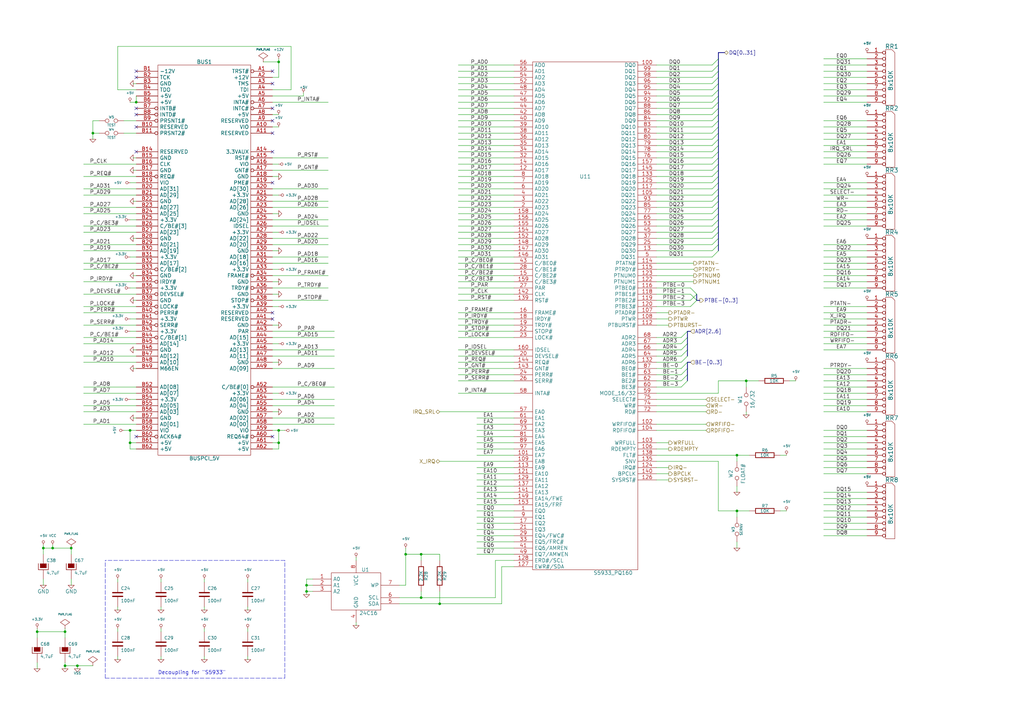
<source format=kicad_sch>
(kicad_sch (version 20210126) (generator eeschema)
  (paper "A3")
  (title_block (title "Video") (date "Sun 22 Mar 2015") (rev "2.0B") (company "Kicad EDA") (comment 1 "Interface Bus PCI"))
  (junction (at 15.24 259.08) (diameter 0.9144))
  (junction (at 17.78 224.79) (diameter 0.9144))
  (junction (at 21.59 224.79) (diameter 0.9144))
  (junction (at 26.67 259.08) (diameter 0.9144))
  (junction (at 26.67 273.05) (diameter 0.9144))
  (junction (at 29.21 224.79) (diameter 0.9144))
  (junction (at 31.75 273.05) (diameter 0.9144))
  (junction (at 38.1 54.61) (diameter 0.9144))
  (junction (at 53.34 176.53) (diameter 0.9144))
  (junction (at 53.34 181.61) (diameter 0.9144))
  (junction (at 55.88 41.91) (diameter 0.9144))
  (junction (at 114.3 25.4) (diameter 0.9144))
  (junction (at 114.3 176.53) (diameter 0.9144))
  (junction (at 114.3 181.61) (diameter 0.9144))
  (junction (at 125.73 240.03) (diameter 0.9144))
  (junction (at 125.73 242.57) (diameter 0.9144))
  (junction (at 166.37 227.33) (diameter 0.9144))
  (junction (at 172.72 227.33) (diameter 0.9144))
  (junction (at 172.72 245.11) (diameter 0.9144))
  (junction (at 180.34 247.65) (diameter 0.9144))
  (junction (at 302.26 186.69) (diameter 0.9144))
  (junction (at 302.26 209.55) (diameter 0.9144))
  (junction (at 306.07 156.21) (diameter 0.9144))
  (no_connect (at 55.88 29.21))
  (no_connect (at 55.88 31.75))
  (no_connect (at 55.88 44.45))
  (no_connect (at 55.88 46.99))
  (no_connect (at 55.88 52.07))
  (no_connect (at 55.88 62.23))
  (no_connect (at 55.88 179.07))
  (no_connect (at 111.76 29.21))
  (no_connect (at 111.76 34.29))
  (no_connect (at 111.76 44.45))
  (no_connect (at 111.76 49.53))
  (no_connect (at 111.76 54.61))
  (no_connect (at 111.76 62.23))
  (no_connect (at 111.76 74.93))
  (no_connect (at 111.76 128.27))
  (no_connect (at 111.76 130.81))
  (no_connect (at 111.76 179.07))
  (bus_entry (at 279.4 138.43) (size 2.54 -2.54) (stroke (width 0.1524)))
  (bus_entry (at 279.4 140.97) (size 2.54 -2.54) (stroke (width 0.1524)))
  (bus_entry (at 279.4 143.51) (size 2.54 -2.54) (stroke (width 0.1524)))
  (bus_entry (at 279.4 146.05) (size 2.54 -2.54) (stroke (width 0.1524)))
  (bus_entry (at 279.4 148.59) (size 2.54 -2.54) (stroke (width 0.1524)))
  (bus_entry (at 279.4 151.13) (size 2.54 -2.54) (stroke (width 0.1524)))
  (bus_entry (at 279.4 153.67) (size 2.54 -2.54) (stroke (width 0.1524)))
  (bus_entry (at 279.4 156.21) (size 2.54 -2.54) (stroke (width 0.1524)))
  (bus_entry (at 279.4 158.75) (size 2.54 -2.54) (stroke (width 0.1524)))
  (bus_entry (at 283.21 118.11) (size 2.54 2.54) (stroke (width 0.1524)))
  (bus_entry (at 283.21 120.65) (size 2.54 2.54) (stroke (width 0.1524)))
  (bus_entry (at 283.21 123.19) (size 2.54 -2.54) (stroke (width 0.1524)))
  (bus_entry (at 283.21 125.73) (size 2.54 -2.54) (stroke (width 0.1524)))
  (bus_entry (at 292.1 26.67) (size 2.54 -2.54) (stroke (width 0.1524)))
  (bus_entry (at 292.1 29.21) (size 2.54 -2.54) (stroke (width 0.1524)))
  (bus_entry (at 292.1 31.75) (size 2.54 -2.54) (stroke (width 0.1524)))
  (bus_entry (at 292.1 34.29) (size 2.54 -2.54) (stroke (width 0.1524)))
  (bus_entry (at 292.1 36.83) (size 2.54 -2.54) (stroke (width 0.1524)))
  (bus_entry (at 292.1 39.37) (size 2.54 -2.54) (stroke (width 0.1524)))
  (bus_entry (at 292.1 41.91) (size 2.54 -2.54) (stroke (width 0.1524)))
  (bus_entry (at 292.1 44.45) (size 2.54 -2.54) (stroke (width 0.1524)))
  (bus_entry (at 292.1 46.99) (size 2.54 -2.54) (stroke (width 0.1524)))
  (bus_entry (at 292.1 49.53) (size 2.54 -2.54) (stroke (width 0.1524)))
  (bus_entry (at 292.1 52.07) (size 2.54 -2.54) (stroke (width 0.1524)))
  (bus_entry (at 292.1 54.61) (size 2.54 -2.54) (stroke (width 0.1524)))
  (bus_entry (at 292.1 57.15) (size 2.54 -2.54) (stroke (width 0.1524)))
  (bus_entry (at 292.1 59.69) (size 2.54 -2.54) (stroke (width 0.1524)))
  (bus_entry (at 292.1 62.23) (size 2.54 -2.54) (stroke (width 0.1524)))
  (bus_entry (at 292.1 64.77) (size 2.54 -2.54) (stroke (width 0.1524)))
  (bus_entry (at 292.1 67.31) (size 2.54 -2.54) (stroke (width 0.1524)))
  (bus_entry (at 292.1 69.85) (size 2.54 -2.54) (stroke (width 0.1524)))
  (bus_entry (at 292.1 72.39) (size 2.54 -2.54) (stroke (width 0.1524)))
  (bus_entry (at 292.1 74.93) (size 2.54 -2.54) (stroke (width 0.1524)))
  (bus_entry (at 292.1 77.47) (size 2.54 -2.54) (stroke (width 0.1524)))
  (bus_entry (at 292.1 80.01) (size 2.54 -2.54) (stroke (width 0.1524)))
  (bus_entry (at 292.1 82.55) (size 2.54 -2.54) (stroke (width 0.1524)))
  (bus_entry (at 292.1 85.09) (size 2.54 -2.54) (stroke (width 0.1524)))
  (bus_entry (at 292.1 87.63) (size 2.54 -2.54) (stroke (width 0.1524)))
  (bus_entry (at 292.1 90.17) (size 2.54 -2.54) (stroke (width 0.1524)))
  (bus_entry (at 292.1 92.71) (size 2.54 -2.54) (stroke (width 0.1524)))
  (bus_entry (at 292.1 95.25) (size 2.54 -2.54) (stroke (width 0.1524)))
  (bus_entry (at 292.1 97.79) (size 2.54 -2.54) (stroke (width 0.1524)))
  (bus_entry (at 292.1 100.33) (size 2.54 -2.54) (stroke (width 0.1524)))
  (bus_entry (at 292.1 102.87) (size 2.54 -2.54) (stroke (width 0.1524)))
  (bus_entry (at 292.1 105.41) (size 2.54 -2.54) (stroke (width 0.1524)))
  (wire (pts (xy 15.24 257.81) (xy 15.24 259.08)))
  (wire (pts (xy 15.24 259.08) (xy 15.24 261.62)))
  (wire (pts (xy 15.24 259.08) (xy 26.67 259.08)))
  (wire (pts (xy 15.24 271.78) (xy 15.24 274.32)))
  (wire (pts (xy 17.78 223.52) (xy 17.78 224.79)))
  (wire (pts (xy 17.78 224.79) (xy 17.78 227.33)))
  (wire (pts (xy 17.78 224.79) (xy 21.59 224.79)))
  (wire (pts (xy 17.78 237.49) (xy 17.78 240.03)))
  (wire (pts (xy 21.59 223.52) (xy 21.59 224.79)))
  (wire (pts (xy 21.59 224.79) (xy 29.21 224.79)))
  (wire (pts (xy 26.67 257.81) (xy 26.67 259.08)))
  (wire (pts (xy 26.67 259.08) (xy 26.67 261.62)))
  (wire (pts (xy 26.67 271.78) (xy 26.67 273.05)))
  (wire (pts (xy 26.67 273.05) (xy 26.67 274.32)))
  (wire (pts (xy 26.67 273.05) (xy 31.75 273.05)))
  (wire (pts (xy 29.21 224.79) (xy 29.21 227.33)))
  (wire (pts (xy 29.21 237.49) (xy 29.21 240.03)))
  (wire (pts (xy 31.75 273.05) (xy 31.75 274.32)))
  (wire (pts (xy 31.75 273.05) (xy 38.1 273.05)))
  (wire (pts (xy 34.29 67.31) (xy 55.88 67.31)))
  (wire (pts (xy 34.29 72.39) (xy 55.88 72.39)))
  (wire (pts (xy 34.29 77.47) (xy 55.88 77.47)))
  (wire (pts (xy 34.29 80.01) (xy 55.88 80.01)))
  (wire (pts (xy 34.29 85.09) (xy 55.88 85.09)))
  (wire (pts (xy 34.29 87.63) (xy 55.88 87.63)))
  (wire (pts (xy 34.29 92.71) (xy 55.88 92.71)))
  (wire (pts (xy 34.29 95.25) (xy 55.88 95.25)))
  (wire (pts (xy 34.29 100.33) (xy 55.88 100.33)))
  (wire (pts (xy 34.29 102.87) (xy 55.88 102.87)))
  (wire (pts (xy 34.29 107.95) (xy 55.88 107.95)))
  (wire (pts (xy 34.29 110.49) (xy 55.88 110.49)))
  (wire (pts (xy 34.29 115.57) (xy 55.88 115.57)))
  (wire (pts (xy 34.29 120.65) (xy 55.88 120.65)))
  (wire (pts (xy 34.29 125.73) (xy 55.88 125.73)))
  (wire (pts (xy 34.29 128.27) (xy 55.88 128.27)))
  (wire (pts (xy 34.29 133.35) (xy 55.88 133.35)))
  (wire (pts (xy 34.29 138.43) (xy 55.88 138.43)))
  (wire (pts (xy 34.29 140.97) (xy 55.88 140.97)))
  (wire (pts (xy 34.29 146.05) (xy 55.88 146.05)))
  (wire (pts (xy 34.29 148.59) (xy 55.88 148.59)))
  (wire (pts (xy 34.29 158.75) (xy 55.88 158.75)))
  (wire (pts (xy 34.29 161.29) (xy 55.88 161.29)))
  (wire (pts (xy 34.29 166.37) (xy 55.88 166.37)))
  (wire (pts (xy 34.29 168.91) (xy 55.88 168.91)))
  (wire (pts (xy 34.29 173.99) (xy 55.88 173.99)))
  (wire (pts (xy 38.1 49.53) (xy 38.1 54.61)))
  (wire (pts (xy 38.1 54.61) (xy 38.1 57.15)))
  (wire (pts (xy 38.1 54.61) (xy 40.64 54.61)))
  (wire (pts (xy 40.64 49.53) (xy 38.1 49.53)))
  (wire (pts (xy 48.26 19.05) (xy 119.38 19.05)))
  (wire (pts (xy 48.26 36.83) (xy 48.26 19.05)))
  (wire (pts (xy 48.26 237.49) (xy 48.26 238.76)))
  (wire (pts (xy 48.26 248.92) (xy 48.26 250.19)))
  (wire (pts (xy 48.26 257.81) (xy 48.26 259.08)))
  (wire (pts (xy 48.26 269.24) (xy 48.26 270.51)))
  (wire (pts (xy 50.8 49.53) (xy 55.88 49.53)))
  (wire (pts (xy 50.8 54.61) (xy 55.88 54.61)))
  (wire (pts (xy 50.8 176.53) (xy 53.34 176.53)))
  (wire (pts (xy 53.34 74.93) (xy 55.88 74.93)))
  (wire (pts (xy 53.34 90.17) (xy 55.88 90.17)))
  (wire (pts (xy 53.34 105.41) (xy 55.88 105.41)))
  (wire (pts (xy 53.34 118.11) (xy 55.88 118.11)))
  (wire (pts (xy 53.34 130.81) (xy 55.88 130.81)))
  (wire (pts (xy 53.34 135.89) (xy 55.88 135.89)))
  (wire (pts (xy 53.34 163.83) (xy 55.88 163.83)))
  (wire (pts (xy 53.34 176.53) (xy 53.34 181.61)))
  (wire (pts (xy 53.34 176.53) (xy 55.88 176.53)))
  (wire (pts (xy 53.34 181.61) (xy 53.34 184.15)))
  (wire (pts (xy 53.34 181.61) (xy 55.88 181.61)))
  (wire (pts (xy 53.34 184.15) (xy 55.88 184.15)))
  (wire (pts (xy 54.61 69.85) (xy 55.88 69.85)))
  (wire (pts (xy 54.61 82.55) (xy 55.88 82.55)))
  (wire (pts (xy 54.61 97.79) (xy 55.88 97.79)))
  (wire (pts (xy 54.61 143.51) (xy 55.88 143.51)))
  (wire (pts (xy 54.61 171.45) (xy 55.88 171.45)))
  (wire (pts (xy 55.88 34.29) (xy 54.61 34.29)))
  (wire (pts (xy 55.88 36.83) (xy 48.26 36.83)))
  (wire (pts (xy 55.88 39.37) (xy 55.88 41.91)))
  (wire (pts (xy 55.88 41.91) (xy 53.34 41.91)))
  (wire (pts (xy 55.88 64.77) (xy 54.61 64.77)))
  (wire (pts (xy 55.88 113.03) (xy 54.61 113.03)))
  (wire (pts (xy 55.88 123.19) (xy 54.61 123.19)))
  (wire (pts (xy 55.88 151.13) (xy 54.61 151.13)))
  (wire (pts (xy 66.04 238.76) (xy 66.04 237.49)))
  (wire (pts (xy 66.04 250.19) (xy 66.04 248.92)))
  (wire (pts (xy 66.04 257.81) (xy 66.04 259.08)))
  (wire (pts (xy 66.04 269.24) (xy 66.04 270.51)))
  (wire (pts (xy 83.82 237.49) (xy 83.82 238.76)))
  (wire (pts (xy 83.82 250.19) (xy 83.82 248.92)))
  (wire (pts (xy 83.82 259.08) (xy 83.82 257.81)))
  (wire (pts (xy 83.82 269.24) (xy 83.82 270.51)))
  (wire (pts (xy 101.6 237.49) (xy 101.6 238.76)))
  (wire (pts (xy 101.6 250.19) (xy 101.6 248.92)))
  (wire (pts (xy 101.6 257.81) (xy 101.6 259.08)))
  (wire (pts (xy 101.6 269.24) (xy 101.6 270.51)))
  (wire (pts (xy 107.95 25.4) (xy 114.3 25.4)))
  (wire (pts (xy 111.76 36.83) (xy 119.38 36.83)))
  (wire (pts (xy 111.76 39.37) (xy 124.46 39.37)))
  (wire (pts (xy 111.76 41.91) (xy 134.62 41.91)))
  (wire (pts (xy 111.76 46.99) (xy 114.3 46.99)))
  (wire (pts (xy 111.76 52.07) (xy 114.3 52.07)))
  (wire (pts (xy 111.76 64.77) (xy 134.62 64.77)))
  (wire (pts (xy 111.76 67.31) (xy 114.3 67.31)))
  (wire (pts (xy 111.76 69.85) (xy 134.62 69.85)))
  (wire (pts (xy 111.76 72.39) (xy 114.3 72.39)))
  (wire (pts (xy 111.76 77.47) (xy 134.62 77.47)))
  (wire (pts (xy 111.76 80.01) (xy 114.3 80.01)))
  (wire (pts (xy 111.76 82.55) (xy 134.62 82.55)))
  (wire (pts (xy 111.76 85.09) (xy 134.62 85.09)))
  (wire (pts (xy 111.76 87.63) (xy 114.3 87.63)))
  (wire (pts (xy 111.76 90.17) (xy 134.62 90.17)))
  (wire (pts (xy 111.76 92.71) (xy 134.62 92.71)))
  (wire (pts (xy 111.76 95.25) (xy 114.3 95.25)))
  (wire (pts (xy 111.76 97.79) (xy 134.62 97.79)))
  (wire (pts (xy 111.76 100.33) (xy 134.62 100.33)))
  (wire (pts (xy 111.76 102.87) (xy 114.3 102.87)))
  (wire (pts (xy 111.76 105.41) (xy 134.62 105.41)))
  (wire (pts (xy 111.76 107.95) (xy 134.62 107.95)))
  (wire (pts (xy 111.76 110.49) (xy 114.3 110.49)))
  (wire (pts (xy 111.76 113.03) (xy 134.62 113.03)))
  (wire (pts (xy 111.76 115.57) (xy 114.3 115.57)))
  (wire (pts (xy 111.76 118.11) (xy 134.62 118.11)))
  (wire (pts (xy 111.76 120.65) (xy 114.3 120.65)))
  (wire (pts (xy 111.76 123.19) (xy 134.62 123.19)))
  (wire (pts (xy 111.76 125.73) (xy 114.3 125.73)))
  (wire (pts (xy 111.76 133.35) (xy 114.3 133.35)))
  (wire (pts (xy 111.76 135.89) (xy 137.16 135.89)))
  (wire (pts (xy 111.76 138.43) (xy 137.16 138.43)))
  (wire (pts (xy 111.76 140.97) (xy 114.3 140.97)))
  (wire (pts (xy 111.76 143.51) (xy 137.16 143.51)))
  (wire (pts (xy 111.76 146.05) (xy 137.16 146.05)))
  (wire (pts (xy 111.76 148.59) (xy 114.3 148.59)))
  (wire (pts (xy 111.76 151.13) (xy 137.16 151.13)))
  (wire (pts (xy 111.76 158.75) (xy 137.16 158.75)))
  (wire (pts (xy 111.76 161.29) (xy 114.3 161.29)))
  (wire (pts (xy 111.76 163.83) (xy 137.16 163.83)))
  (wire (pts (xy 111.76 166.37) (xy 137.16 166.37)))
  (wire (pts (xy 111.76 168.91) (xy 114.3 168.91)))
  (wire (pts (xy 111.76 171.45) (xy 137.16 171.45)))
  (wire (pts (xy 111.76 173.99) (xy 137.16 173.99)))
  (wire (pts (xy 111.76 176.53) (xy 114.3 176.53)))
  (wire (pts (xy 111.76 181.61) (xy 114.3 181.61)))
  (wire (pts (xy 114.3 24.13) (xy 114.3 25.4)))
  (wire (pts (xy 114.3 25.4) (xy 114.3 31.75)))
  (wire (pts (xy 114.3 31.75) (xy 111.76 31.75)))
  (wire (pts (xy 114.3 176.53) (xy 114.3 181.61)))
  (wire (pts (xy 114.3 176.53) (xy 116.84 176.53)))
  (wire (pts (xy 114.3 181.61) (xy 114.3 184.15)))
  (wire (pts (xy 114.3 184.15) (xy 111.76 184.15)))
  (wire (pts (xy 119.38 36.83) (xy 119.38 19.05)))
  (wire (pts (xy 124.46 39.37) (xy 124.46 38.1)))
  (wire (pts (xy 125.73 237.49) (xy 125.73 240.03)))
  (wire (pts (xy 125.73 237.49) (xy 128.27 237.49)))
  (wire (pts (xy 125.73 240.03) (xy 125.73 242.57)))
  (wire (pts (xy 125.73 240.03) (xy 128.27 240.03)))
  (wire (pts (xy 125.73 242.57) (xy 125.73 243.84)))
  (wire (pts (xy 125.73 242.57) (xy 128.27 242.57)))
  (wire (pts (xy 146.05 228.6) (xy 146.05 229.87)))
  (wire (pts (xy 146.05 255.27) (xy 146.05 256.54)))
  (wire (pts (xy 163.83 245.11) (xy 172.72 245.11)))
  (wire (pts (xy 163.83 247.65) (xy 180.34 247.65)))
  (wire (pts (xy 166.37 224.79) (xy 166.37 227.33)))
  (wire (pts (xy 166.37 227.33) (xy 166.37 240.03)))
  (wire (pts (xy 166.37 227.33) (xy 172.72 227.33)))
  (wire (pts (xy 166.37 240.03) (xy 163.83 240.03)))
  (wire (pts (xy 172.72 227.33) (xy 172.72 229.87)))
  (wire (pts (xy 172.72 227.33) (xy 180.34 227.33)))
  (wire (pts (xy 172.72 242.57) (xy 172.72 245.11)))
  (wire (pts (xy 172.72 245.11) (xy 203.2 245.11)))
  (wire (pts (xy 180.34 168.91) (xy 210.82 168.91)))
  (wire (pts (xy 180.34 189.23) (xy 210.82 189.23)))
  (wire (pts (xy 180.34 227.33) (xy 180.34 229.87)))
  (wire (pts (xy 180.34 242.57) (xy 180.34 247.65)))
  (wire (pts (xy 180.34 247.65) (xy 205.74 247.65)))
  (wire (pts (xy 187.96 26.67) (xy 210.82 26.67)))
  (wire (pts (xy 187.96 29.21) (xy 210.82 29.21)))
  (wire (pts (xy 187.96 31.75) (xy 210.82 31.75)))
  (wire (pts (xy 187.96 34.29) (xy 210.82 34.29)))
  (wire (pts (xy 187.96 36.83) (xy 210.82 36.83)))
  (wire (pts (xy 187.96 39.37) (xy 210.82 39.37)))
  (wire (pts (xy 187.96 41.91) (xy 210.82 41.91)))
  (wire (pts (xy 187.96 44.45) (xy 210.82 44.45)))
  (wire (pts (xy 187.96 46.99) (xy 210.82 46.99)))
  (wire (pts (xy 187.96 49.53) (xy 210.82 49.53)))
  (wire (pts (xy 187.96 52.07) (xy 210.82 52.07)))
  (wire (pts (xy 187.96 54.61) (xy 210.82 54.61)))
  (wire (pts (xy 187.96 57.15) (xy 210.82 57.15)))
  (wire (pts (xy 187.96 59.69) (xy 210.82 59.69)))
  (wire (pts (xy 187.96 62.23) (xy 210.82 62.23)))
  (wire (pts (xy 187.96 64.77) (xy 210.82 64.77)))
  (wire (pts (xy 187.96 67.31) (xy 210.82 67.31)))
  (wire (pts (xy 187.96 69.85) (xy 210.82 69.85)))
  (wire (pts (xy 187.96 72.39) (xy 210.82 72.39)))
  (wire (pts (xy 187.96 74.93) (xy 210.82 74.93)))
  (wire (pts (xy 187.96 77.47) (xy 210.82 77.47)))
  (wire (pts (xy 187.96 80.01) (xy 210.82 80.01)))
  (wire (pts (xy 187.96 82.55) (xy 210.82 82.55)))
  (wire (pts (xy 187.96 85.09) (xy 210.82 85.09)))
  (wire (pts (xy 187.96 87.63) (xy 210.82 87.63)))
  (wire (pts (xy 187.96 90.17) (xy 210.82 90.17)))
  (wire (pts (xy 187.96 92.71) (xy 210.82 92.71)))
  (wire (pts (xy 187.96 95.25) (xy 210.82 95.25)))
  (wire (pts (xy 187.96 97.79) (xy 210.82 97.79)))
  (wire (pts (xy 187.96 100.33) (xy 210.82 100.33)))
  (wire (pts (xy 187.96 102.87) (xy 210.82 102.87)))
  (wire (pts (xy 187.96 105.41) (xy 210.82 105.41)))
  (wire (pts (xy 187.96 107.95) (xy 210.82 107.95)))
  (wire (pts (xy 187.96 110.49) (xy 210.82 110.49)))
  (wire (pts (xy 187.96 113.03) (xy 210.82 113.03)))
  (wire (pts (xy 187.96 115.57) (xy 210.82 115.57)))
  (wire (pts (xy 187.96 118.11) (xy 210.82 118.11)))
  (wire (pts (xy 187.96 120.65) (xy 210.82 120.65)))
  (wire (pts (xy 187.96 123.19) (xy 210.82 123.19)))
  (wire (pts (xy 187.96 128.27) (xy 210.82 128.27)))
  (wire (pts (xy 187.96 130.81) (xy 210.82 130.81)))
  (wire (pts (xy 187.96 133.35) (xy 210.82 133.35)))
  (wire (pts (xy 187.96 135.89) (xy 210.82 135.89)))
  (wire (pts (xy 187.96 138.43) (xy 210.82 138.43)))
  (wire (pts (xy 187.96 143.51) (xy 210.82 143.51)))
  (wire (pts (xy 187.96 146.05) (xy 210.82 146.05)))
  (wire (pts (xy 187.96 148.59) (xy 210.82 148.59)))
  (wire (pts (xy 187.96 151.13) (xy 210.82 151.13)))
  (wire (pts (xy 187.96 153.67) (xy 210.82 153.67)))
  (wire (pts (xy 187.96 156.21) (xy 210.82 156.21)))
  (wire (pts (xy 187.96 161.29) (xy 210.82 161.29)))
  (wire (pts (xy 195.58 171.45) (xy 210.82 171.45)))
  (wire (pts (xy 195.58 173.99) (xy 210.82 173.99)))
  (wire (pts (xy 195.58 176.53) (xy 210.82 176.53)))
  (wire (pts (xy 195.58 179.07) (xy 210.82 179.07)))
  (wire (pts (xy 195.58 181.61) (xy 210.82 181.61)))
  (wire (pts (xy 195.58 184.15) (xy 210.82 184.15)))
  (wire (pts (xy 195.58 186.69) (xy 210.82 186.69)))
  (wire (pts (xy 195.58 191.77) (xy 210.82 191.77)))
  (wire (pts (xy 195.58 194.31) (xy 210.82 194.31)))
  (wire (pts (xy 195.58 196.85) (xy 210.82 196.85)))
  (wire (pts (xy 195.58 199.39) (xy 210.82 199.39)))
  (wire (pts (xy 195.58 201.93) (xy 210.82 201.93)))
  (wire (pts (xy 195.58 204.47) (xy 210.82 204.47)))
  (wire (pts (xy 195.58 207.01) (xy 210.82 207.01)))
  (wire (pts (xy 195.58 209.55) (xy 210.82 209.55)))
  (wire (pts (xy 195.58 212.09) (xy 210.82 212.09)))
  (wire (pts (xy 195.58 214.63) (xy 210.82 214.63)))
  (wire (pts (xy 195.58 217.17) (xy 210.82 217.17)))
  (wire (pts (xy 195.58 219.71) (xy 210.82 219.71)))
  (wire (pts (xy 195.58 222.25) (xy 210.82 222.25)))
  (wire (pts (xy 195.58 224.79) (xy 210.82 224.79)))
  (wire (pts (xy 195.58 227.33) (xy 210.82 227.33)))
  (wire (pts (xy 203.2 245.11) (xy 203.2 229.87)))
  (wire (pts (xy 205.74 247.65) (xy 205.74 232.41)))
  (wire (pts (xy 210.82 229.87) (xy 203.2 229.87)))
  (wire (pts (xy 210.82 232.41) (xy 205.74 232.41)))
  (wire (pts (xy 269.24 26.67) (xy 292.1 26.67)))
  (wire (pts (xy 269.24 29.21) (xy 292.1 29.21)))
  (wire (pts (xy 269.24 31.75) (xy 292.1 31.75)))
  (wire (pts (xy 269.24 34.29) (xy 292.1 34.29)))
  (wire (pts (xy 269.24 36.83) (xy 292.1 36.83)))
  (wire (pts (xy 269.24 39.37) (xy 292.1 39.37)))
  (wire (pts (xy 269.24 41.91) (xy 292.1 41.91)))
  (wire (pts (xy 269.24 44.45) (xy 292.1 44.45)))
  (wire (pts (xy 269.24 46.99) (xy 292.1 46.99)))
  (wire (pts (xy 269.24 49.53) (xy 292.1 49.53)))
  (wire (pts (xy 269.24 52.07) (xy 292.1 52.07)))
  (wire (pts (xy 269.24 54.61) (xy 292.1 54.61)))
  (wire (pts (xy 269.24 57.15) (xy 292.1 57.15)))
  (wire (pts (xy 269.24 59.69) (xy 292.1 59.69)))
  (wire (pts (xy 269.24 62.23) (xy 292.1 62.23)))
  (wire (pts (xy 269.24 64.77) (xy 292.1 64.77)))
  (wire (pts (xy 269.24 67.31) (xy 292.1 67.31)))
  (wire (pts (xy 269.24 69.85) (xy 292.1 69.85)))
  (wire (pts (xy 269.24 72.39) (xy 292.1 72.39)))
  (wire (pts (xy 269.24 74.93) (xy 292.1 74.93)))
  (wire (pts (xy 269.24 77.47) (xy 292.1 77.47)))
  (wire (pts (xy 269.24 80.01) (xy 292.1 80.01)))
  (wire (pts (xy 269.24 82.55) (xy 292.1 82.55)))
  (wire (pts (xy 269.24 85.09) (xy 292.1 85.09)))
  (wire (pts (xy 269.24 87.63) (xy 292.1 87.63)))
  (wire (pts (xy 269.24 90.17) (xy 292.1 90.17)))
  (wire (pts (xy 269.24 92.71) (xy 292.1 92.71)))
  (wire (pts (xy 269.24 95.25) (xy 292.1 95.25)))
  (wire (pts (xy 269.24 97.79) (xy 292.1 97.79)))
  (wire (pts (xy 269.24 100.33) (xy 292.1 100.33)))
  (wire (pts (xy 269.24 102.87) (xy 292.1 102.87)))
  (wire (pts (xy 269.24 105.41) (xy 292.1 105.41)))
  (wire (pts (xy 269.24 107.95) (xy 284.48 107.95)))
  (wire (pts (xy 269.24 110.49) (xy 284.48 110.49)))
  (wire (pts (xy 269.24 113.03) (xy 284.48 113.03)))
  (wire (pts (xy 269.24 115.57) (xy 284.48 115.57)))
  (wire (pts (xy 269.24 118.11) (xy 283.21 118.11)))
  (wire (pts (xy 269.24 120.65) (xy 283.21 120.65)))
  (wire (pts (xy 269.24 123.19) (xy 283.21 123.19)))
  (wire (pts (xy 269.24 125.73) (xy 283.21 125.73)))
  (wire (pts (xy 269.24 128.27) (xy 274.32 128.27)))
  (wire (pts (xy 269.24 130.81) (xy 274.32 130.81)))
  (wire (pts (xy 269.24 133.35) (xy 274.32 133.35)))
  (wire (pts (xy 269.24 138.43) (xy 279.4 138.43)))
  (wire (pts (xy 269.24 140.97) (xy 279.4 140.97)))
  (wire (pts (xy 269.24 143.51) (xy 279.4 143.51)))
  (wire (pts (xy 269.24 146.05) (xy 279.4 146.05)))
  (wire (pts (xy 269.24 148.59) (xy 279.4 148.59)))
  (wire (pts (xy 269.24 151.13) (xy 279.4 151.13)))
  (wire (pts (xy 269.24 153.67) (xy 279.4 153.67)))
  (wire (pts (xy 269.24 156.21) (xy 279.4 156.21)))
  (wire (pts (xy 269.24 158.75) (xy 279.4 158.75)))
  (wire (pts (xy 269.24 161.29) (xy 294.64 161.29)))
  (wire (pts (xy 269.24 163.83) (xy 289.56 163.83)))
  (wire (pts (xy 269.24 166.37) (xy 289.56 166.37)))
  (wire (pts (xy 269.24 168.91) (xy 289.56 168.91)))
  (wire (pts (xy 269.24 173.99) (xy 289.56 173.99)))
  (wire (pts (xy 269.24 176.53) (xy 289.56 176.53)))
  (wire (pts (xy 269.24 181.61) (xy 274.32 181.61)))
  (wire (pts (xy 269.24 184.15) (xy 274.32 184.15)))
  (wire (pts (xy 269.24 186.69) (xy 302.26 186.69)))
  (wire (pts (xy 269.24 189.23) (xy 294.64 189.23)))
  (wire (pts (xy 269.24 191.77) (xy 274.32 191.77)))
  (wire (pts (xy 269.24 194.31) (xy 274.32 194.31)))
  (wire (pts (xy 269.24 196.85) (xy 274.32 196.85)))
  (wire (pts (xy 294.64 156.21) (xy 306.07 156.21)))
  (wire (pts (xy 294.64 161.29) (xy 294.64 156.21)))
  (wire (pts (xy 294.64 189.23) (xy 294.64 209.55)))
  (wire (pts (xy 294.64 209.55) (xy 302.26 209.55)))
  (wire (pts (xy 302.26 186.69) (xy 302.26 189.23)))
  (wire (pts (xy 302.26 186.69) (xy 307.34 186.69)))
  (wire (pts (xy 302.26 199.39) (xy 302.26 201.93)))
  (wire (pts (xy 302.26 209.55) (xy 302.26 212.09)))
  (wire (pts (xy 302.26 209.55) (xy 307.34 209.55)))
  (wire (pts (xy 302.26 222.25) (xy 302.26 224.79)))
  (wire (pts (xy 306.07 156.21) (xy 306.07 158.75)))
  (wire (pts (xy 306.07 156.21) (xy 311.15 156.21)))
  (wire (pts (xy 306.07 170.18) (xy 306.07 168.91)))
  (wire (pts (xy 320.04 186.69) (xy 322.58 186.69)))
  (wire (pts (xy 320.04 209.55) (xy 322.58 209.55)))
  (wire (pts (xy 323.85 156.21) (xy 326.39 156.21)))
  (wire (pts (xy 337.82 24.13) (xy 355.6 24.13)))
  (wire (pts (xy 337.82 26.67) (xy 355.6 26.67)))
  (wire (pts (xy 337.82 29.21) (xy 355.6 29.21)))
  (wire (pts (xy 337.82 31.75) (xy 355.6 31.75)))
  (wire (pts (xy 337.82 34.29) (xy 355.6 34.29)))
  (wire (pts (xy 337.82 36.83) (xy 355.6 36.83)))
  (wire (pts (xy 337.82 39.37) (xy 355.6 39.37)))
  (wire (pts (xy 337.82 41.91) (xy 355.6 41.91)))
  (wire (pts (xy 337.82 49.53) (xy 355.6 49.53)))
  (wire (pts (xy 337.82 52.07) (xy 355.6 52.07)))
  (wire (pts (xy 337.82 54.61) (xy 355.6 54.61)))
  (wire (pts (xy 337.82 57.15) (xy 355.6 57.15)))
  (wire (pts (xy 337.82 59.69) (xy 355.6 59.69)))
  (wire (pts (xy 337.82 62.23) (xy 355.6 62.23)))
  (wire (pts (xy 337.82 64.77) (xy 355.6 64.77)))
  (wire (pts (xy 337.82 67.31) (xy 355.6 67.31)))
  (wire (pts (xy 337.82 74.93) (xy 355.6 74.93)))
  (wire (pts (xy 337.82 77.47) (xy 355.6 77.47)))
  (wire (pts (xy 337.82 80.01) (xy 355.6 80.01)))
  (wire (pts (xy 337.82 82.55) (xy 355.6 82.55)))
  (wire (pts (xy 337.82 85.09) (xy 355.6 85.09)))
  (wire (pts (xy 337.82 87.63) (xy 355.6 87.63)))
  (wire (pts (xy 337.82 90.17) (xy 355.6 90.17)))
  (wire (pts (xy 337.82 92.71) (xy 355.6 92.71)))
  (wire (pts (xy 337.82 100.33) (xy 355.6 100.33)))
  (wire (pts (xy 337.82 102.87) (xy 355.6 102.87)))
  (wire (pts (xy 337.82 105.41) (xy 355.6 105.41)))
  (wire (pts (xy 337.82 107.95) (xy 355.6 107.95)))
  (wire (pts (xy 337.82 110.49) (xy 355.6 110.49)))
  (wire (pts (xy 337.82 113.03) (xy 355.6 113.03)))
  (wire (pts (xy 337.82 115.57) (xy 355.6 115.57)))
  (wire (pts (xy 337.82 118.11) (xy 355.6 118.11)))
  (wire (pts (xy 337.82 125.73) (xy 355.6 125.73)))
  (wire (pts (xy 337.82 128.27) (xy 355.6 128.27)))
  (wire (pts (xy 337.82 130.81) (xy 355.6 130.81)))
  (wire (pts (xy 337.82 133.35) (xy 355.6 133.35)))
  (wire (pts (xy 337.82 135.89) (xy 355.6 135.89)))
  (wire (pts (xy 337.82 138.43) (xy 355.6 138.43)))
  (wire (pts (xy 337.82 140.97) (xy 355.6 140.97)))
  (wire (pts (xy 337.82 143.51) (xy 355.6 143.51)))
  (wire (pts (xy 337.82 151.13) (xy 355.6 151.13)))
  (wire (pts (xy 337.82 153.67) (xy 355.6 153.67)))
  (wire (pts (xy 337.82 156.21) (xy 355.6 156.21)))
  (wire (pts (xy 337.82 158.75) (xy 355.6 158.75)))
  (wire (pts (xy 337.82 161.29) (xy 355.6 161.29)))
  (wire (pts (xy 337.82 163.83) (xy 355.6 163.83)))
  (wire (pts (xy 337.82 166.37) (xy 355.6 166.37)))
  (wire (pts (xy 337.82 168.91) (xy 355.6 168.91)))
  (wire (pts (xy 337.82 176.53) (xy 355.6 176.53)))
  (wire (pts (xy 337.82 179.07) (xy 355.6 179.07)))
  (wire (pts (xy 337.82 181.61) (xy 355.6 181.61)))
  (wire (pts (xy 337.82 184.15) (xy 355.6 184.15)))
  (wire (pts (xy 337.82 186.69) (xy 355.6 186.69)))
  (wire (pts (xy 337.82 189.23) (xy 355.6 189.23)))
  (wire (pts (xy 337.82 191.77) (xy 355.6 191.77)))
  (wire (pts (xy 337.82 194.31) (xy 355.6 194.31)))
  (wire (pts (xy 337.82 201.93) (xy 355.6 201.93)))
  (wire (pts (xy 337.82 204.47) (xy 355.6 204.47)))
  (wire (pts (xy 337.82 207.01) (xy 355.6 207.01)))
  (wire (pts (xy 337.82 209.55) (xy 355.6 209.55)))
  (wire (pts (xy 337.82 212.09) (xy 355.6 212.09)))
  (wire (pts (xy 337.82 214.63) (xy 355.6 214.63)))
  (wire (pts (xy 337.82 217.17) (xy 355.6 217.17)))
  (wire (pts (xy 337.82 219.71) (xy 355.6 219.71)))
  (bus (pts (xy 281.94 135.89) (xy 281.94 138.43)))
  (bus (pts (xy 281.94 135.89) (xy 283.21 135.89)))
  (bus (pts (xy 281.94 138.43) (xy 281.94 140.97)))
  (bus (pts (xy 281.94 140.97) (xy 281.94 143.51)))
  (bus (pts (xy 281.94 143.51) (xy 281.94 146.05)))
  (bus (pts (xy 281.94 148.59) (xy 281.94 151.13)))
  (bus (pts (xy 281.94 148.59) (xy 283.21 148.59)))
  (bus (pts (xy 281.94 151.13) (xy 281.94 153.67)))
  (bus (pts (xy 281.94 153.67) (xy 281.94 156.21)))
  (bus (pts (xy 285.75 123.19) (xy 285.75 120.65)))
  (bus (pts (xy 287.02 123.19) (xy 285.75 123.19)))
  (bus (pts (xy 294.64 21.59) (xy 294.64 24.13)))
  (bus (pts (xy 294.64 21.59) (xy 297.18 21.59)))
  (bus (pts (xy 294.64 24.13) (xy 294.64 26.67)))
  (bus (pts (xy 294.64 26.67) (xy 294.64 29.21)))
  (bus (pts (xy 294.64 29.21) (xy 294.64 31.75)))
  (bus (pts (xy 294.64 31.75) (xy 294.64 34.29)))
  (bus (pts (xy 294.64 34.29) (xy 294.64 36.83)))
  (bus (pts (xy 294.64 36.83) (xy 294.64 39.37)))
  (bus (pts (xy 294.64 39.37) (xy 294.64 41.91)))
  (bus (pts (xy 294.64 41.91) (xy 294.64 44.45)))
  (bus (pts (xy 294.64 44.45) (xy 294.64 46.99)))
  (bus (pts (xy 294.64 46.99) (xy 294.64 49.53)))
  (bus (pts (xy 294.64 49.53) (xy 294.64 52.07)))
  (bus (pts (xy 294.64 52.07) (xy 294.64 54.61)))
  (bus (pts (xy 294.64 54.61) (xy 294.64 57.15)))
  (bus (pts (xy 294.64 57.15) (xy 294.64 59.69)))
  (bus (pts (xy 294.64 59.69) (xy 294.64 62.23)))
  (bus (pts (xy 294.64 62.23) (xy 294.64 64.77)))
  (bus (pts (xy 294.64 64.77) (xy 294.64 67.31)))
  (bus (pts (xy 294.64 67.31) (xy 294.64 69.85)))
  (bus (pts (xy 294.64 69.85) (xy 294.64 72.39)))
  (bus (pts (xy 294.64 72.39) (xy 294.64 74.93)))
  (bus (pts (xy 294.64 74.93) (xy 294.64 77.47)))
  (bus (pts (xy 294.64 77.47) (xy 294.64 80.01)))
  (bus (pts (xy 294.64 80.01) (xy 294.64 82.55)))
  (bus (pts (xy 294.64 82.55) (xy 294.64 85.09)))
  (bus (pts (xy 294.64 85.09) (xy 294.64 87.63)))
  (bus (pts (xy 294.64 87.63) (xy 294.64 90.17)))
  (bus (pts (xy 294.64 90.17) (xy 294.64 92.71)))
  (bus (pts (xy 294.64 92.71) (xy 294.64 95.25)))
  (bus (pts (xy 294.64 95.25) (xy 294.64 97.79)))
  (bus (pts (xy 294.64 97.79) (xy 294.64 100.33)))
  (bus (pts (xy 294.64 100.33) (xy 294.64 102.87)))
  (polyline (pts (xy 43.18 278.13) (xy 43.18 229.87)) (stroke (width 0) (type dash)))
  (polyline (pts (xy 43.18 278.13) (xy 116.84 278.13)) (stroke (width 0) (type dash)))
  (polyline (pts (xy 116.84 229.87) (xy 43.18 229.87)) (stroke (width 0) (type dash)))
  (polyline (pts (xy 116.84 278.13) (xy 116.84 229.87)) (stroke (width 0) (type dash)))
  (text "Decoupling for \"S5933\"" (at 64.77 276.86 0) (effects (font (size 1.524 1.524)) (justify left bottom)))
  (label "P_CLK" (at 36.83 67.31 0) (effects (font (size 1.524 1.524))))
  (label "P_REQ#" (at 36.83 72.39 0) (effects (font (size 1.524 1.524))))
  (label "P_AD31" (at 36.83 77.47 0) (effects (font (size 1.524 1.524))))
  (label "P_AD29" (at 36.83 80.01 0) (effects (font (size 1.524 1.524))))
  (label "P_AD27" (at 36.83 85.09 0) (effects (font (size 1.524 1.524))))
  (label "P_AD25" (at 36.83 87.63 0) (effects (font (size 1.524 1.524))))
  (label "P_C/BE3#" (at 36.83 92.71 0) (effects (font (size 1.524 1.524))))
  (label "P_AD23" (at 36.83 95.25 0) (effects (font (size 1.524 1.524))))
  (label "P_AD21" (at 36.83 100.33 0) (effects (font (size 1.524 1.524))))
  (label "P_AD19" (at 36.83 102.87 0) (effects (font (size 1.524 1.524))))
  (label "P_AD17" (at 36.83 107.95 0) (effects (font (size 1.524 1.524))))
  (label "P_C/BE2#" (at 36.83 110.49 0) (effects (font (size 1.524 1.524))))
  (label "P_IRDY#" (at 36.83 115.57 0) (effects (font (size 1.524 1.524))))
  (label "P_DEVSEL#" (at 36.83 120.65 0) (effects (font (size 1.524 1.524))))
  (label "P_LOCK#" (at 36.83 125.73 0) (effects (font (size 1.524 1.524))))
  (label "P_PERR#" (at 36.83 128.27 0) (effects (font (size 1.524 1.524))))
  (label "P_SERR#" (at 36.83 133.35 0) (effects (font (size 1.524 1.524))))
  (label "P_C/BE1#" (at 36.83 138.43 0) (effects (font (size 1.524 1.524))))
  (label "P_AD14" (at 38.1 140.97 0) (effects (font (size 1.524 1.524))))
  (label "P_AD12" (at 38.1 146.05 0) (effects (font (size 1.524 1.524))))
  (label "P_AD10" (at 38.1 148.59 0) (effects (font (size 1.524 1.524))))
  (label "P_AD8" (at 38.1 158.75 0) (effects (font (size 1.524 1.524))))
  (label "P_AD7" (at 38.1 161.29 0) (effects (font (size 1.524 1.524))))
  (label "P_AD5" (at 38.1 166.37 0) (effects (font (size 1.524 1.524))))
  (label "P_AD3" (at 38.1 168.91 0) (effects (font (size 1.524 1.524))))
  (label "P_AD1" (at 38.1 173.99 0) (effects (font (size 1.524 1.524))))
  (label "P_INTA#" (at 121.92 41.91 0) (effects (font (size 1.524 1.524))))
  (label "P_RST#" (at 121.92 64.77 0) (effects (font (size 1.524 1.524))))
  (label "P_GNT#" (at 121.92 69.85 0) (effects (font (size 1.524 1.524))))
  (label "P_AD30" (at 121.92 77.47 0) (effects (font (size 1.524 1.524))))
  (label "P_AD28" (at 121.92 82.55 0) (effects (font (size 1.524 1.524))))
  (label "P_AD26" (at 121.92 85.09 0) (effects (font (size 1.524 1.524))))
  (label "P_AD24" (at 121.92 90.17 0) (effects (font (size 1.524 1.524))))
  (label "P_IDSEL" (at 121.92 92.71 0) (effects (font (size 1.524 1.524))))
  (label "P_AD22" (at 121.92 97.79 0) (effects (font (size 1.524 1.524))))
  (label "P_AD20" (at 121.92 100.33 0) (effects (font (size 1.524 1.524))))
  (label "P_AD18" (at 121.92 105.41 0) (effects (font (size 1.524 1.524))))
  (label "P_AD16" (at 121.92 107.95 0) (effects (font (size 1.524 1.524))))
  (label "P_FRAME#" (at 121.92 113.03 0) (effects (font (size 1.524 1.524))))
  (label "P_TRDY#" (at 121.92 118.11 0) (effects (font (size 1.524 1.524))))
  (label "P_STOP#" (at 121.92 123.19 0) (effects (font (size 1.524 1.524))))
  (label "P_PAR" (at 121.92 135.89 0) (effects (font (size 1.524 1.524))))
  (label "P_AD15" (at 121.92 138.43 0) (effects (font (size 1.524 1.524))))
  (label "P_AD13" (at 121.92 143.51 0) (effects (font (size 1.524 1.524))))
  (label "P_AD11" (at 121.92 146.05 0) (effects (font (size 1.524 1.524))))
  (label "P_AD9" (at 121.92 151.13 0) (effects (font (size 1.524 1.524))))
  (label "P_C/BE0#" (at 121.92 158.75 0) (effects (font (size 1.524 1.524))))
  (label "P_AD6" (at 121.92 163.83 0) (effects (font (size 1.524 1.524))))
  (label "P_AD4" (at 121.92 166.37 0) (effects (font (size 1.524 1.524))))
  (label "P_AD2" (at 121.92 171.45 0) (effects (font (size 1.524 1.524))))
  (label "P_AD0" (at 121.92 173.99 0) (effects (font (size 1.524 1.524))))
  (label "P_C/BE0#" (at 190.5 107.95 0) (effects (font (size 1.524 1.524))))
  (label "P_C/BE1#" (at 190.5 110.49 0) (effects (font (size 1.524 1.524))))
  (label "P_C/BE2#" (at 190.5 113.03 0) (effects (font (size 1.524 1.524))))
  (label "P_C/BE3#" (at 190.5 115.57 0) (effects (font (size 1.524 1.524))))
  (label "P_FRAME#" (at 190.5 128.27 0) (effects (font (size 1.524 1.524))))
  (label "P_IRDY#" (at 190.5 130.81 0) (effects (font (size 1.524 1.524))))
  (label "P_TRDY#" (at 190.5 133.35 0) (effects (font (size 1.524 1.524))))
  (label "P_STOP#" (at 190.5 135.89 0) (effects (font (size 1.524 1.524))))
  (label "P_LOCK#" (at 190.5 138.43 0) (effects (font (size 1.524 1.524))))
  (label "P_IDSEL" (at 190.5 143.51 0) (effects (font (size 1.524 1.524))))
  (label "P_DEVSEL#" (at 190.5 146.05 0) (effects (font (size 1.524 1.524))))
  (label "P_REQ#" (at 190.5 148.59 0) (effects (font (size 1.524 1.524))))
  (label "P_GNT#" (at 190.5 151.13 0) (effects (font (size 1.524 1.524))))
  (label "P_PERR#" (at 190.5 153.67 0) (effects (font (size 1.524 1.524))))
  (label "P_SERR#" (at 190.5 156.21 0) (effects (font (size 1.524 1.524))))
  (label "P_INTA#" (at 190.5 161.29 0) (effects (font (size 1.524 1.524))))
  (label "P_AD0" (at 193.04 26.67 0) (effects (font (size 1.524 1.524))))
  (label "P_AD1" (at 193.04 29.21 0) (effects (font (size 1.524 1.524))))
  (label "P_AD2" (at 193.04 31.75 0) (effects (font (size 1.524 1.524))))
  (label "P_AD3" (at 193.04 34.29 0) (effects (font (size 1.524 1.524))))
  (label "P_AD4" (at 193.04 36.83 0) (effects (font (size 1.524 1.524))))
  (label "P_AD5" (at 193.04 39.37 0) (effects (font (size 1.524 1.524))))
  (label "P_AD6" (at 193.04 41.91 0) (effects (font (size 1.524 1.524))))
  (label "P_AD7" (at 193.04 44.45 0) (effects (font (size 1.524 1.524))))
  (label "P_AD8" (at 193.04 46.99 0) (effects (font (size 1.524 1.524))))
  (label "P_AD9" (at 193.04 49.53 0) (effects (font (size 1.524 1.524))))
  (label "P_AD10" (at 193.04 52.07 0) (effects (font (size 1.524 1.524))))
  (label "P_AD11" (at 193.04 54.61 0) (effects (font (size 1.524 1.524))))
  (label "P_AD12" (at 193.04 57.15 0) (effects (font (size 1.524 1.524))))
  (label "P_AD13" (at 193.04 59.69 0) (effects (font (size 1.524 1.524))))
  (label "P_AD14" (at 193.04 62.23 0) (effects (font (size 1.524 1.524))))
  (label "P_AD15" (at 193.04 64.77 0) (effects (font (size 1.524 1.524))))
  (label "P_AD16" (at 193.04 67.31 0) (effects (font (size 1.524 1.524))))
  (label "P_AD17" (at 193.04 69.85 0) (effects (font (size 1.524 1.524))))
  (label "P_AD18" (at 193.04 72.39 0) (effects (font (size 1.524 1.524))))
  (label "P_AD19" (at 193.04 74.93 0) (effects (font (size 1.524 1.524))))
  (label "P_AD20" (at 193.04 77.47 0) (effects (font (size 1.524 1.524))))
  (label "P_AD21" (at 193.04 80.01 0) (effects (font (size 1.524 1.524))))
  (label "P_AD22" (at 193.04 82.55 0) (effects (font (size 1.524 1.524))))
  (label "P_AD23" (at 193.04 85.09 0) (effects (font (size 1.524 1.524))))
  (label "P_AD24" (at 193.04 87.63 0) (effects (font (size 1.524 1.524))))
  (label "P_AD25" (at 193.04 90.17 0) (effects (font (size 1.524 1.524))))
  (label "P_AD26" (at 193.04 92.71 0) (effects (font (size 1.524 1.524))))
  (label "P_AD27" (at 193.04 95.25 0) (effects (font (size 1.524 1.524))))
  (label "P_AD28" (at 193.04 97.79 0) (effects (font (size 1.524 1.524))))
  (label "P_AD29" (at 193.04 100.33 0) (effects (font (size 1.524 1.524))))
  (label "P_AD30" (at 193.04 102.87 0) (effects (font (size 1.524 1.524))))
  (label "P_AD31" (at 193.04 105.41 0) (effects (font (size 1.524 1.524))))
  (label "P_PAR" (at 193.04 118.11 0) (effects (font (size 1.524 1.524))))
  (label "P_CLK" (at 193.04 120.65 0) (effects (font (size 1.524 1.524))))
  (label "P_RST#" (at 193.04 123.19 0) (effects (font (size 1.524 1.524))))
  (label "EA1" (at 198.12 171.45 0) (effects (font (size 1.524 1.524))))
  (label "EA2" (at 198.12 173.99 0) (effects (font (size 1.524 1.524))))
  (label "EA3" (at 198.12 176.53 0) (effects (font (size 1.524 1.524))))
  (label "EA4" (at 198.12 179.07 0) (effects (font (size 1.524 1.524))))
  (label "EA5" (at 198.12 181.61 0) (effects (font (size 1.524 1.524))))
  (label "EA6" (at 198.12 184.15 0) (effects (font (size 1.524 1.524))))
  (label "EA7" (at 198.12 186.69 0) (effects (font (size 1.524 1.524))))
  (label "EA9" (at 198.12 191.77 0) (effects (font (size 1.524 1.524))))
  (label "EA10" (at 198.12 194.31 0) (effects (font (size 1.524 1.524))))
  (label "EA11" (at 198.12 196.85 0) (effects (font (size 1.524 1.524))))
  (label "EA12" (at 198.12 199.39 0) (effects (font (size 1.524 1.524))))
  (label "EA13" (at 198.12 201.93 0) (effects (font (size 1.524 1.524))))
  (label "EA14" (at 198.12 204.47 0) (effects (font (size 1.524 1.524))))
  (label "EA15" (at 198.12 207.01 0) (effects (font (size 1.524 1.524))))
  (label "EQ0" (at 198.12 209.55 0) (effects (font (size 1.524 1.524))))
  (label "EQ1" (at 198.12 212.09 0) (effects (font (size 1.524 1.524))))
  (label "EQ2" (at 198.12 214.63 0) (effects (font (size 1.524 1.524))))
  (label "EQ3" (at 198.12 217.17 0) (effects (font (size 1.524 1.524))))
  (label "EQ4" (at 198.12 219.71 0) (effects (font (size 1.524 1.524))))
  (label "EQ5" (at 198.12 222.25 0) (effects (font (size 1.524 1.524))))
  (label "EQ6" (at 198.12 224.79 0) (effects (font (size 1.524 1.524))))
  (label "EQ7" (at 198.12 227.33 0) (effects (font (size 1.524 1.524))))
  (label "PTBE-0" (at 271.78 118.11 0) (effects (font (size 1.524 1.524))))
  (label "PTBE-1" (at 271.78 120.65 0) (effects (font (size 1.524 1.524))))
  (label "PTBE-2" (at 271.78 123.19 0) (effects (font (size 1.524 1.524))))
  (label "PTBE-3" (at 271.78 125.73 0) (effects (font (size 1.524 1.524))))
  (label "ADR2" (at 271.78 138.43 0) (effects (font (size 1.524 1.524))))
  (label "ADR3" (at 271.78 140.97 0) (effects (font (size 1.524 1.524))))
  (label "ADR4" (at 271.78 143.51 0) (effects (font (size 1.524 1.524))))
  (label "ADR5" (at 271.78 146.05 0) (effects (font (size 1.524 1.524))))
  (label "ADR6" (at 271.78 148.59 0) (effects (font (size 1.524 1.524))))
  (label "BE-0" (at 271.78 151.13 0) (effects (font (size 1.524 1.524))))
  (label "BE-1" (at 271.78 153.67 0) (effects (font (size 1.524 1.524))))
  (label "BE-2" (at 271.78 156.21 0) (effects (font (size 1.524 1.524))))
  (label "BE-3" (at 271.78 158.75 0) (effects (font (size 1.524 1.524))))
  (label "DQ0" (at 274.32 26.67 0) (effects (font (size 1.524 1.524))))
  (label "DQ1" (at 274.32 29.21 0) (effects (font (size 1.524 1.524))))
  (label "DQ2" (at 274.32 31.75 0) (effects (font (size 1.524 1.524))))
  (label "DQ3" (at 274.32 34.29 0) (effects (font (size 1.524 1.524))))
  (label "DQ4" (at 274.32 36.83 0) (effects (font (size 1.524 1.524))))
  (label "DQ5" (at 274.32 39.37 0) (effects (font (size 1.524 1.524))))
  (label "DQ6" (at 274.32 41.91 0) (effects (font (size 1.524 1.524))))
  (label "DQ7" (at 274.32 44.45 0) (effects (font (size 1.524 1.524))))
  (label "DQ8" (at 274.32 46.99 0) (effects (font (size 1.524 1.524))))
  (label "DQ9" (at 274.32 49.53 0) (effects (font (size 1.524 1.524))))
  (label "DQ10" (at 274.32 52.07 0) (effects (font (size 1.524 1.524))))
  (label "DQ11" (at 274.32 54.61 0) (effects (font (size 1.524 1.524))))
  (label "DQ12" (at 274.32 57.15 0) (effects (font (size 1.524 1.524))))
  (label "DQ13" (at 274.32 59.69 0) (effects (font (size 1.524 1.524))))
  (label "DQ14" (at 274.32 62.23 0) (effects (font (size 1.524 1.524))))
  (label "DQ15" (at 274.32 64.77 0) (effects (font (size 1.524 1.524))))
  (label "DQ16" (at 274.32 67.31 0) (effects (font (size 1.524 1.524))))
  (label "DQ17" (at 274.32 69.85 0) (effects (font (size 1.524 1.524))))
  (label "DQ18" (at 274.32 72.39 0) (effects (font (size 1.524 1.524))))
  (label "DQ19" (at 274.32 74.93 0) (effects (font (size 1.524 1.524))))
  (label "DQ20" (at 274.32 77.47 0) (effects (font (size 1.524 1.524))))
  (label "DQ21" (at 274.32 80.01 0) (effects (font (size 1.524 1.524))))
  (label "DQ22" (at 274.32 82.55 0) (effects (font (size 1.524 1.524))))
  (label "DQ23" (at 274.32 85.09 0) (effects (font (size 1.524 1.524))))
  (label "DQ24" (at 274.32 87.63 0) (effects (font (size 1.524 1.524))))
  (label "DQ25" (at 274.32 90.17 0) (effects (font (size 1.524 1.524))))
  (label "DQ26" (at 274.32 92.71 0) (effects (font (size 1.524 1.524))))
  (label "DQ27" (at 274.32 95.25 0) (effects (font (size 1.524 1.524))))
  (label "DQ28" (at 274.32 97.79 0) (effects (font (size 1.524 1.524))))
  (label "DQ29" (at 274.32 100.33 0) (effects (font (size 1.524 1.524))))
  (label "DQ30" (at 274.32 102.87 0) (effects (font (size 1.524 1.524))))
  (label "DQ31" (at 274.32 105.41 0) (effects (font (size 1.524 1.524))))
  (label "IRQ_SRL" (at 340.36 62.23 0) (effects (font (size 1.524 1.524))))
  (label "SELECT-" (at 340.36 80.01 0) (effects (font (size 1.524 1.524))))
  (label "PTATN-" (at 340.36 125.73 0) (effects (font (size 1.524 1.524))))
  (label "X_IRQ" (at 340.36 130.81 0) (effects (font (size 1.524 1.524))))
  (label "PTADR-" (at 340.36 133.35 0) (effects (font (size 1.524 1.524))))
  (label "RDFIFO-" (at 340.36 138.43 0) (effects (font (size 1.524 1.524))))
  (label "WRFIFO-" (at 340.36 140.97 0) (effects (font (size 1.524 1.524))))
  (label "PTRDY-" (at 340.36 151.13 0) (effects (font (size 1.524 1.524))))
  (label "EQ0" (at 342.9 24.13 0) (effects (font (size 1.524 1.524))))
  (label "DQ31" (at 342.9 26.67 0) (effects (font (size 1.524 1.524))))
  (label "EQ1" (at 342.9 29.21 0) (effects (font (size 1.524 1.524))))
  (label "DQ30" (at 342.9 31.75 0) (effects (font (size 1.524 1.524))))
  (label "EQ2" (at 342.9 34.29 0) (effects (font (size 1.524 1.524))))
  (label "EQ3" (at 342.9 36.83 0) (effects (font (size 1.524 1.524))))
  (label "DQ29" (at 342.9 39.37 0) (effects (font (size 1.524 1.524))))
  (label "EQ4" (at 342.9 41.91 0) (effects (font (size 1.524 1.524))))
  (label "EQ6" (at 342.9 49.53 0) (effects (font (size 1.524 1.524))))
  (label "DQ28" (at 342.9 52.07 0) (effects (font (size 1.524 1.524))))
  (label "EQ5" (at 342.9 54.61 0) (effects (font (size 1.524 1.524))))
  (label "DQ27" (at 342.9 57.15 0) (effects (font (size 1.524 1.524))))
  (label "EA1" (at 342.9 59.69 0) (effects (font (size 1.524 1.524))))
  (label "DQ26" (at 342.9 64.77 0) (effects (font (size 1.524 1.524))))
  (label "EQ7" (at 342.9 67.31 0) (effects (font (size 1.524 1.524))))
  (label "EA4" (at 342.9 74.93 0) (effects (font (size 1.524 1.524))))
  (label "DQ24" (at 342.9 77.47 0) (effects (font (size 1.524 1.524))))
  (label "WR-" (at 342.9 82.55 0) (effects (font (size 1.524 1.524))))
  (label "EA3" (at 342.9 85.09 0) (effects (font (size 1.524 1.524))))
  (label "RD-" (at 342.9 87.63 0) (effects (font (size 1.524 1.524))))
  (label "EA2" (at 342.9 90.17 0) (effects (font (size 1.524 1.524))))
  (label "DQ25" (at 342.9 92.71 0) (effects (font (size 1.524 1.524))))
  (label "EA6" (at 342.9 100.33 0) (effects (font (size 1.524 1.524))))
  (label "DQ22" (at 342.9 102.87 0) (effects (font (size 1.524 1.524))))
  (label "EA5" (at 342.9 105.41 0) (effects (font (size 1.524 1.524))))
  (label "DQ23" (at 342.9 107.95 0) (effects (font (size 1.524 1.524))))
  (label "EA15" (at 342.9 110.49 0) (effects (font (size 1.524 1.524))))
  (label "DQ16" (at 342.9 113.03 0) (effects (font (size 1.524 1.524))))
  (label "EA14" (at 342.9 115.57 0) (effects (font (size 1.524 1.524))))
  (label "DQ17" (at 342.9 118.11 0) (effects (font (size 1.524 1.524))))
  (label "EA9" (at 342.9 128.27 0) (effects (font (size 1.524 1.524))))
  (label "DQ21" (at 342.9 135.89 0) (effects (font (size 1.524 1.524))))
  (label "EA7" (at 342.9 143.51 0) (effects (font (size 1.524 1.524))))
  (label "DQ20" (at 342.9 153.67 0) (effects (font (size 1.524 1.524))))
  (label "EA13" (at 342.9 156.21 0) (effects (font (size 1.524 1.524))))
  (label "EA12" (at 342.9 158.75 0) (effects (font (size 1.524 1.524))))
  (label "DQ18" (at 342.9 161.29 0) (effects (font (size 1.524 1.524))))
  (label "EA11" (at 342.9 163.83 0) (effects (font (size 1.524 1.524))))
  (label "DQ19" (at 342.9 166.37 0) (effects (font (size 1.524 1.524))))
  (label "EA10" (at 342.9 168.91 0) (effects (font (size 1.524 1.524))))
  (label "DQ0" (at 342.9 176.53 0) (effects (font (size 1.524 1.524))))
  (label "DQ1" (at 342.9 179.07 0) (effects (font (size 1.524 1.524))))
  (label "DQ2" (at 342.9 181.61 0) (effects (font (size 1.524 1.524))))
  (label "DQ3" (at 342.9 184.15 0) (effects (font (size 1.524 1.524))))
  (label "DQ4" (at 342.9 186.69 0) (effects (font (size 1.524 1.524))))
  (label "DQ5" (at 342.9 189.23 0) (effects (font (size 1.524 1.524))))
  (label "DQ6" (at 342.9 191.77 0) (effects (font (size 1.524 1.524))))
  (label "DQ7" (at 342.9 194.31 0) (effects (font (size 1.524 1.524))))
  (label "DQ15" (at 342.9 201.93 0) (effects (font (size 1.524 1.524))))
  (label "DQ14" (at 342.9 204.47 0) (effects (font (size 1.524 1.524))))
  (label "DQ13" (at 342.9 207.01 0) (effects (font (size 1.524 1.524))))
  (label "DQ12" (at 342.9 209.55 0) (effects (font (size 1.524 1.524))))
  (label "DQ11" (at 342.9 212.09 0) (effects (font (size 1.524 1.524))))
  (label "DQ10" (at 342.9 214.63 0) (effects (font (size 1.524 1.524))))
  (label "DQ9" (at 342.9 217.17 0) (effects (font (size 1.524 1.524))))
  (label "DQ8" (at 342.9 219.71 0) (effects (font (size 1.524 1.524))))
  (hierarchical_label "IRQ_SRL" (shape bidirectional) (at 180.34 168.91 180) (effects (font (size 1.524 1.524))))
  (hierarchical_label "X_IRQ" (shape bidirectional) (at 180.34 189.23 180) (effects (font (size 1.524 1.524))))
  (hierarchical_label "PTADR-" (shape output) (at 274.32 128.27 0) (effects (font (size 1.524 1.524))))
  (hierarchical_label "PTWR" (shape output) (at 274.32 130.81 0) (effects (font (size 1.524 1.524))))
  (hierarchical_label "PTBURST-" (shape output) (at 274.32 133.35 0) (effects (font (size 1.524 1.524))))
  (hierarchical_label "WRFULL" (shape output) (at 274.32 181.61 0) (effects (font (size 1.524 1.524))))
  (hierarchical_label "RDEMPTY" (shape output) (at 274.32 184.15 0) (effects (font (size 1.524 1.524))))
  (hierarchical_label "IRQ-" (shape output) (at 274.32 191.77 0) (effects (font (size 1.524 1.524))))
  (hierarchical_label "BPCLK" (shape output) (at 274.32 194.31 0) (effects (font (size 1.524 1.524))))
  (hierarchical_label "SYSRST-" (shape output) (at 274.32 196.85 0) (effects (font (size 1.524 1.524))))
  (hierarchical_label "ADR[2..6]" (shape input) (at 283.21 135.89 0) (effects (font (size 1.524 1.524))))
  (hierarchical_label "BE-[0..3]" (shape input) (at 283.21 148.59 0) (effects (font (size 1.524 1.524))))
  (hierarchical_label "PTATN-" (shape output) (at 284.48 107.95 0) (effects (font (size 1.524 1.524))))
  (hierarchical_label "PTRDY-" (shape input) (at 284.48 110.49 0) (effects (font (size 1.524 1.524))))
  (hierarchical_label "PTNUM0" (shape output) (at 284.48 113.03 0) (effects (font (size 1.524 1.524))))
  (hierarchical_label "PTNUM1" (shape output) (at 284.48 115.57 0) (effects (font (size 1.524 1.524))))
  (hierarchical_label "PTBE-[0..3]" (shape output) (at 287.02 123.19 0) (effects (font (size 1.524 1.524))))
  (hierarchical_label "SELECT-" (shape input) (at 289.56 163.83 0) (effects (font (size 1.524 1.524))))
  (hierarchical_label "WR-" (shape input) (at 289.56 166.37 0) (effects (font (size 1.524 1.524))))
  (hierarchical_label "RD-" (shape input) (at 289.56 168.91 0) (effects (font (size 1.524 1.524))))
  (hierarchical_label "WRFIFO-" (shape input) (at 289.56 173.99 0) (effects (font (size 1.524 1.524))))
  (hierarchical_label "RDFIFO-" (shape input) (at 289.56 176.53 0) (effects (font (size 1.524 1.524))))
  (hierarchical_label "DQ[0..31]" (shape bidirectional) (at 297.18 21.59 0) (effects (font (size 1.524 1.524))))
  (symbol (lib_id "video_schlib:+12V") (at 114.3 24.13 0) (unit 1)
    (property "Reference" "#+0131" (effects hide))
    (property "Value" "+12V" (at 114.3 20.32 0) (effects (font (size 1.016 1.016))))
  )
  (symbol (lib_id "video_schlib:+5V") (at 17.78 223.52 0) (unit 1)
    (property "Reference" "#+0129" (effects hide))
    (property "Value" "+5V" (at 17.78 219.71 0) (effects (font (size 1.016 1.016))))
  )
  (symbol (lib_id "video_schlib:VCC") (at 21.59 223.52 0) (unit 1)
    (property "Reference" "#PWR081" (effects hide))
    (property "Value" "VCC" (at 21.59 219.71 0) (effects (font (size 1.016 1.016))))
  )
  (symbol (lib_id "video_schlib:+5V") (at 48.26 237.49 0) (unit 1)
    (property "Reference" "#+0119" (effects hide))
    (property "Value" "+5V" (at 48.26 233.68 0) (effects (font (size 1.016 1.016))))
  )
  (symbol (lib_id "video_schlib:+5V") (at 48.26 257.81 0) (unit 1)
    (property "Reference" "#+0123" (effects hide))
    (property "Value" "+5V" (at 48.26 254 0) (effects (font (size 1.016 1.016))))
  )
  (symbol (lib_id "video_schlib:+5V") (at 50.8 176.53 90) (unit 1)
    (property "Reference" "#+0146" (effects hide))
    (property "Value" "+5V" (at 46.99 176.53 0) (effects (font (size 1.016 1.016))))
  )
  (symbol (lib_id "video_schlib:+5V") (at 53.34 41.91 0) (unit 1)
    (property "Reference" "#+0147" (effects hide))
    (property "Value" "+5V" (at 53.34 38.1 0) (effects (font (size 1.016 1.016))))
  )
  (symbol (lib_id "video_schlib:+5V") (at 53.34 74.93 90) (unit 1)
    (property "Reference" "#+0148" (effects hide))
    (property "Value" "+5V" (at 48.26 74.93 90) (effects (font (size 1.016 1.016))))
  )
  (symbol (lib_id "video_schlib:+5V") (at 66.04 237.49 0) (unit 1)
    (property "Reference" "#+0120" (effects hide))
    (property "Value" "+5V" (at 66.04 233.68 0) (effects (font (size 1.016 1.016))))
  )
  (symbol (lib_id "video_schlib:+5V") (at 66.04 257.81 0) (unit 1)
    (property "Reference" "#+0124" (effects hide))
    (property "Value" "+5V" (at 66.04 254 0) (effects (font (size 1.016 1.016))))
  )
  (symbol (lib_id "video_schlib:+5V") (at 83.82 237.49 0) (unit 1)
    (property "Reference" "#+0121" (effects hide))
    (property "Value" "+5V" (at 83.82 233.68 0) (effects (font (size 1.016 1.016))))
  )
  (symbol (lib_id "video_schlib:+5V") (at 83.82 257.81 0) (unit 1)
    (property "Reference" "#+0125" (effects hide))
    (property "Value" "+5V" (at 83.82 254 0) (effects (font (size 1.016 1.016))))
  )
  (symbol (lib_id "video_schlib:+5V") (at 101.6 237.49 0) (unit 1)
    (property "Reference" "#+0122" (effects hide))
    (property "Value" "+5V" (at 101.6 233.68 0) (effects (font (size 1.016 1.016))))
  )
  (symbol (lib_id "video_schlib:+5V") (at 101.6 257.81 0) (unit 1)
    (property "Reference" "#+0126" (effects hide))
    (property "Value" "+5V" (at 101.6 254 0) (effects (font (size 1.016 1.016))))
  )
  (symbol (lib_id "video_schlib:+5V") (at 114.3 46.99 0) (unit 1)
    (property "Reference" "#+0157" (effects hide))
    (property "Value" "+5V" (at 114.3 43.18 0) (effects (font (size 1.016 1.016))))
  )
  (symbol (lib_id "video_schlib:+5V") (at 114.3 52.07 0) (unit 1)
    (property "Reference" "#+0158" (effects hide))
    (property "Value" "+5V" (at 114.3 48.26 0) (effects (font (size 1.016 1.016))))
  )
  (symbol (lib_id "video_schlib:+5V") (at 114.3 67.31 270) (unit 1)
    (property "Reference" "#+0159" (effects hide))
    (property "Value" "+5V" (at 118.11 67.31 90) (effects (font (size 1.016 1.016))))
  )
  (symbol (lib_id "video_schlib:+5V") (at 116.84 176.53 270) (unit 1)
    (property "Reference" "#+0153" (effects hide))
    (property "Value" "+5V" (at 120.65 176.53 90) (effects (font (size 1.016 1.016))))
  )
  (symbol (lib_id "video_schlib:+5V") (at 124.46 38.1 0) (unit 1)
    (property "Reference" "#+0130" (effects hide))
    (property "Value" "+5V" (at 124.46 35.814 0) (effects (font (size 1.016 1.016))))
  )
  (symbol (lib_id "video_schlib:+5V") (at 146.05 228.6 0) (unit 1)
    (property "Reference" "#+0161" (effects hide))
    (property "Value" "+5V" (at 146.05 224.79 0) (effects (font (size 1.016 1.016))))
  )
  (symbol (lib_id "video_schlib:+5V") (at 166.37 224.79 0) (unit 1)
    (property "Reference" "#+0118" (effects hide))
    (property "Value" "+5V" (at 166.37 220.98 0) (effects (font (size 1.016 1.016))))
  )
  (symbol (lib_id "video_schlib:+5V") (at 322.58 186.69 0) (unit 1)
    (property "Reference" "#+0155" (effects hide))
    (property "Value" "+5V" (at 322.58 182.88 0) (effects (font (size 1.016 1.016))))
  )
  (symbol (lib_id "video_schlib:+5V") (at 322.58 209.55 0) (unit 1)
    (property "Reference" "#+0156" (effects hide))
    (property "Value" "+5V" (at 322.58 205.74 0) (effects (font (size 1.016 1.016))))
  )
  (symbol (lib_id "video_schlib:+5V") (at 326.39 156.21 0) (unit 1)
    (property "Reference" "#+0154" (effects hide))
    (property "Value" "+5V" (at 326.39 152.4 0) (effects (font (size 1.016 1.016))))
  )
  (symbol (lib_id "video_schlib:+5V") (at 355.6 21.59 0) (unit 1)
    (property "Reference" "#+0132" (effects hide))
    (property "Value" "+5V" (at 355.6 17.78 0) (effects (font (size 1.016 1.016))))
  )
  (symbol (lib_id "video_schlib:+5V") (at 355.6 46.99 0) (unit 1)
    (property "Reference" "#+0133" (effects hide))
    (property "Value" "+5V" (at 355.6 43.18 0) (effects (font (size 1.016 1.016))))
  )
  (symbol (lib_id "video_schlib:+5V") (at 355.6 72.39 0) (unit 1)
    (property "Reference" "#+0134" (effects hide))
    (property "Value" "+5V" (at 355.6 68.58 0) (effects (font (size 1.016 1.016))))
  )
  (symbol (lib_id "video_schlib:+5V") (at 355.6 97.79 0) (unit 1)
    (property "Reference" "#+0135" (effects hide))
    (property "Value" "+5V" (at 355.6 93.98 0) (effects (font (size 1.016 1.016))))
  )
  (symbol (lib_id "video_schlib:+5V") (at 355.6 123.19 0) (unit 1)
    (property "Reference" "#+0136" (effects hide))
    (property "Value" "+5V" (at 355.6 119.38 0) (effects (font (size 1.016 1.016))))
  )
  (symbol (lib_id "video_schlib:+5V") (at 355.6 148.59 0) (unit 1)
    (property "Reference" "#+0137" (effects hide))
    (property "Value" "+5V" (at 355.6 144.78 0) (effects (font (size 1.016 1.016))))
  )
  (symbol (lib_id "video_schlib:+5V") (at 355.6 173.99 0) (unit 1)
    (property "Reference" "#+0138" (effects hide))
    (property "Value" "+5V" (at 355.6 170.18 0) (effects (font (size 1.016 1.016))))
  )
  (symbol (lib_id "video_schlib:+5V") (at 355.6 199.39 0) (unit 1)
    (property "Reference" "#+0139" (effects hide))
    (property "Value" "+5V" (at 355.6 195.58 0) (effects (font (size 1.016 1.016))))
  )
  (symbol (lib_id "video_schlib:+3.3V") (at 15.24 257.81 0) (unit 1)
    (property "Reference" "#PWR082" (effects hide))
    (property "Value" "+3.3V" (at 15.24 254 0) (effects (font (size 1.016 1.016))))
  )
  (symbol (lib_id "video_schlib:+3.3V") (at 53.34 90.17 90) (unit 1)
    (property "Reference" "#+0140" (effects hide))
    (property "Value" "+3.3V" (at 49.53 88.9 90) (effects (font (size 1.016 1.016))))
  )
  (symbol (lib_id "video_schlib:+3.3V") (at 53.34 105.41 90) (unit 1)
    (property "Reference" "#+0141" (effects hide))
    (property "Value" "+3.3V" (at 49.53 104.14 90) (effects (font (size 1.016 1.016))))
  )
  (symbol (lib_id "video_schlib:+3.3V") (at 53.34 118.11 90) (unit 1)
    (property "Reference" "#+0142" (effects hide))
    (property "Value" "+3.3V" (at 49.53 116.84 90) (effects (font (size 1.016 1.016))))
  )
  (symbol (lib_id "video_schlib:+3.3V") (at 53.34 130.81 90) (unit 1)
    (property "Reference" "#+0143" (effects hide))
    (property "Value" "+3.3V" (at 48.26 129.54 90) (effects (font (size 1.016 1.016))))
  )
  (symbol (lib_id "video_schlib:+3.3V") (at 53.34 135.89 90) (unit 1)
    (property "Reference" "#+0144" (effects hide))
    (property "Value" "+3.3V" (at 48.26 134.62 90) (effects (font (size 1.016 1.016))))
  )
  (symbol (lib_id "video_schlib:+3.3V") (at 53.34 163.83 90) (unit 1)
    (property "Reference" "#+0145" (effects hide))
    (property "Value" "+3.3V" (at 48.26 163.83 90) (effects (font (size 1.016 1.016))))
  )
  (symbol (lib_id "video_schlib:+3.3V") (at 114.3 80.01 270) (unit 1)
    (property "Reference" "#+0127" (effects hide))
    (property "Value" "+3.3V" (at 119.38 80.01 90) (effects (font (size 1.016 1.016))))
  )
  (symbol (lib_id "video_schlib:+3.3V") (at 114.3 95.25 270) (unit 1)
    (property "Reference" "#+0152" (effects hide))
    (property "Value" "+3.3V" (at 119.38 95.25 90) (effects (font (size 1.016 1.016))))
  )
  (symbol (lib_id "video_schlib:+3.3V") (at 114.3 110.49 270) (unit 1)
    (property "Reference" "#+0151" (effects hide))
    (property "Value" "+3.3V" (at 119.38 110.49 90) (effects (font (size 1.016 1.016))))
  )
  (symbol (lib_id "video_schlib:+3.3V") (at 114.3 125.73 270) (unit 1)
    (property "Reference" "#+0150" (effects hide))
    (property "Value" "+3.3V" (at 119.38 125.73 90) (effects (font (size 1.016 1.016))))
  )
  (symbol (lib_id "video_schlib:+3.3V") (at 114.3 140.97 270) (unit 1)
    (property "Reference" "#+0128" (effects hide))
    (property "Value" "+3.3V" (at 119.38 140.97 90) (effects (font (size 1.016 1.016))))
  )
  (symbol (lib_id "video_schlib:+3.3V") (at 114.3 161.29 270) (unit 1)
    (property "Reference" "#+0149" (effects hide))
    (property "Value" "+3.3V" (at 119.38 161.29 90) (effects (font (size 1.016 1.016))))
  )
  (symbol (lib_id "video_schlib:GND") (at 15.24 274.32 0) (unit 1)
    (property "Reference" "#GND084" (effects hide))
    (property "Value" "GND" (effects hide))
  )
  (symbol (lib_id "video_schlib:GND") (at 17.78 240.03 0) (unit 1)
    (property "Reference" "#GND0117" (effects hide))
    (property "Value" "GND" (at 17.78 242.57 0) (effects (font (size 1.524 1.524))))
  )
  (symbol (lib_id "video_schlib:GND") (at 26.67 274.32 0) (unit 1)
    (property "Reference" "#GND083" (effects hide))
    (property "Value" "GND" (effects hide))
  )
  (symbol (lib_id "video_schlib:GND") (at 29.21 240.03 0) (unit 1)
    (property "Reference" "#GND085" (effects hide))
    (property "Value" "GND" (at 29.21 242.57 0) (effects (font (size 1.524 1.524))))
  )
  (symbol (lib_id "video_schlib:VSS") (at 31.75 274.32 0) (unit 1)
    (property "Reference" "#PWR080" (effects hide))
    (property "Value" "VSS" (at 31.75 276.098 0) (effects (font (size 1.016 1.016))))
  )
  (symbol (lib_id "video_schlib:GND") (at 38.1 57.15 0) (unit 1)
    (property "Reference" "#GND0104" (effects hide))
    (property "Value" "GND" (effects hide))
  )
  (symbol (lib_id "video_schlib:GND") (at 48.26 250.19 0) (unit 1)
    (property "Reference" "#GND0109" (effects hide))
    (property "Value" "GND" (effects hide))
  )
  (symbol (lib_id "video_schlib:GND") (at 48.26 270.51 0) (unit 1)
    (property "Reference" "#GND0113" (effects hide))
    (property "Value" "GND" (effects hide))
  )
  (symbol (lib_id "video_schlib:GND") (at 54.61 34.29 270) (unit 1)
    (property "Reference" "#GND086" (effects hide))
    (property "Value" "GND" (effects hide))
  )
  (symbol (lib_id "video_schlib:GND") (at 54.61 64.77 270) (unit 1)
    (property "Reference" "#GND087" (effects hide))
    (property "Value" "GND" (effects hide))
  )
  (symbol (lib_id "video_schlib:GND") (at 54.61 69.85 270) (unit 1)
    (property "Reference" "#GND088" (effects hide))
    (property "Value" "GND" (effects hide))
  )
  (symbol (lib_id "video_schlib:GND") (at 54.61 82.55 270) (unit 1)
    (property "Reference" "#GND089" (effects hide))
    (property "Value" "GND" (effects hide))
  )
  (symbol (lib_id "video_schlib:GND") (at 54.61 97.79 270) (unit 1)
    (property "Reference" "#GND090" (effects hide))
    (property "Value" "GND" (effects hide))
  )
  (symbol (lib_id "video_schlib:GND") (at 54.61 113.03 270) (unit 1)
    (property "Reference" "#GND091" (effects hide))
    (property "Value" "GND" (effects hide))
  )
  (symbol (lib_id "video_schlib:GND") (at 54.61 123.19 270) (unit 1)
    (property "Reference" "#GND092" (effects hide))
    (property "Value" "GND" (effects hide))
  )
  (symbol (lib_id "video_schlib:GND") (at 54.61 143.51 270) (unit 1)
    (property "Reference" "#GND093" (effects hide))
    (property "Value" "GND" (effects hide))
  )
  (symbol (lib_id "video_schlib:GND") (at 54.61 151.13 270) (unit 1)
    (property "Reference" "#GND094" (effects hide))
    (property "Value" "GND" (effects hide))
  )
  (symbol (lib_id "video_schlib:GND") (at 54.61 171.45 270) (unit 1)
    (property "Reference" "#GND095" (effects hide))
    (property "Value" "GND" (effects hide))
  )
  (symbol (lib_id "video_schlib:GND") (at 66.04 250.19 0) (unit 1)
    (property "Reference" "#GND0110" (effects hide))
    (property "Value" "GND" (effects hide))
  )
  (symbol (lib_id "video_schlib:GND") (at 66.04 270.51 0) (unit 1)
    (property "Reference" "#GND0114" (effects hide))
    (property "Value" "GND" (effects hide))
  )
  (symbol (lib_id "video_schlib:GND") (at 83.82 250.19 0) (unit 1)
    (property "Reference" "#GND0111" (effects hide))
    (property "Value" "GND" (effects hide))
  )
  (symbol (lib_id "video_schlib:GND") (at 83.82 270.51 0) (unit 1)
    (property "Reference" "#GND0115" (effects hide))
    (property "Value" "GND" (effects hide))
  )
  (symbol (lib_id "video_schlib:GND") (at 101.6 250.19 0) (unit 1)
    (property "Reference" "#GND0112" (effects hide))
    (property "Value" "GND" (effects hide))
  )
  (symbol (lib_id "video_schlib:GND") (at 101.6 270.51 0) (unit 1)
    (property "Reference" "#GND0116" (effects hide))
    (property "Value" "GND" (effects hide))
  )
  (symbol (lib_id "video_schlib:GND") (at 114.3 72.39 90) (unit 1)
    (property "Reference" "#GND0103" (effects hide))
    (property "Value" "GND" (effects hide))
  )
  (symbol (lib_id "video_schlib:GND") (at 114.3 87.63 90) (unit 1)
    (property "Reference" "#GND0102" (effects hide))
    (property "Value" "GND" (effects hide))
  )
  (symbol (lib_id "video_schlib:GND") (at 114.3 102.87 90) (unit 1)
    (property "Reference" "#GND0101" (effects hide))
    (property "Value" "GND" (effects hide))
  )
  (symbol (lib_id "video_schlib:GND") (at 114.3 115.57 90) (unit 1)
    (property "Reference" "#GND0100" (effects hide))
    (property "Value" "GND" (effects hide))
  )
  (symbol (lib_id "video_schlib:GND") (at 114.3 120.65 90) (unit 1)
    (property "Reference" "#GND099" (effects hide))
    (property "Value" "GND" (effects hide))
  )
  (symbol (lib_id "video_schlib:GND") (at 114.3 133.35 90) (unit 1)
    (property "Reference" "#GND098" (effects hide))
    (property "Value" "GND" (effects hide))
  )
  (symbol (lib_id "video_schlib:GND") (at 114.3 148.59 90) (unit 1)
    (property "Reference" "#GND097" (effects hide))
    (property "Value" "GND" (effects hide))
  )
  (symbol (lib_id "video_schlib:GND") (at 114.3 168.91 90) (unit 1)
    (property "Reference" "#GND096" (effects hide))
    (property "Value" "GND" (effects hide))
  )
  (symbol (lib_id "video_schlib:GND") (at 125.73 243.84 0) (unit 1)
    (property "Reference" "#GND0108" (effects hide))
    (property "Value" "GND" (effects hide))
  )
  (symbol (lib_id "video_schlib:GND") (at 146.05 256.54 0) (unit 1)
    (property "Reference" "#PWR0160" (effects hide))
    (property "Value" "GND" (effects hide))
  )
  (symbol (lib_id "video_schlib:GND") (at 302.26 201.93 0) (unit 1)
    (property "Reference" "#GND0106" (effects hide))
    (property "Value" "GND" (effects hide))
  )
  (symbol (lib_id "video_schlib:GND") (at 302.26 224.79 0) (unit 1)
    (property "Reference" "#GND0107" (effects hide))
    (property "Value" "GND" (effects hide))
  )
  (symbol (lib_id "video_schlib:GND") (at 306.07 170.18 0) (unit 1)
    (property "Reference" "#GND0105" (effects hide))
    (property "Value" "GND" (effects hide))
  )
  (symbol (lib_id "video_schlib:PWR_FLAG") (at 26.67 257.81 0) (unit 1)
    (property "Reference" "#FLG077" (effects hide))
    (property "Value" "PWR_FLAG" (at 26.67 251.968 0) (effects (font (size 0.762 0.762))))
  )
  (symbol (lib_id "video_schlib:PWR_FLAG") (at 29.21 224.79 0) (unit 1)
    (property "Reference" "#FLG079" (effects hide))
    (property "Value" "PWR_FLAG" (at 29.21 218.948 0) (effects (font (size 0.762 0.762))))
  )
  (symbol (lib_id "video_schlib:PWR_FLAG") (at 38.1 273.05 0) (unit 1)
    (property "Reference" "#FLG076" (effects hide))
    (property "Value" "PWR_FLAG" (at 38.1 267.208 0) (effects (font (size 0.762 0.762))))
  )
  (symbol (lib_id "video_schlib:PWR_FLAG") (at 107.95 25.4 0) (unit 1)
    (property "Reference" "#FLG078" (effects hide))
    (property "Value" "PWR_FLAG" (at 107.95 20.32 0) (effects (font (size 0.762 0.762))))
  )
  (symbol (lib_id "video_schlib:TEST") (at 45.72 49.53 0) (unit 1)
    (property "Reference" "W5" (at 45.72 48.006 0) (effects (font (size 1.016 1.016))))
    (property "Value" "TEST" (at 45.72 51.308 0) (effects (font (size 1.016 1.016))))
    (property "Footprint" "Connector_PinHeader_2.54mm:PinHeader_1x02_P2.54mm_Vertical" (effects hide))
  )
  (symbol (lib_id "video_schlib:TEST") (at 45.72 54.61 0) (unit 1)
    (property "Reference" "W4" (at 45.72 53.086 0) (effects (font (size 1.016 1.016))))
    (property "Value" "TEST" (at 45.72 56.388 0) (effects (font (size 1.016 1.016))))
    (property "Footprint" "Connector_PinHeader_2.54mm:PinHeader_1x02_P2.54mm_Vertical" (effects hide))
  )
  (symbol (lib_id "video_schlib:TEST") (at 302.26 194.31 90) (unit 1)
    (property "Reference" "W2" (at 299.72 194.31 0) (effects (font (size 1.524 1.524))))
    (property "Value" "FLOAT#" (at 304.8 194.31 0) (effects (font (size 1.524 1.524))))
    (property "Footprint" "Connectors:GS2" (effects hide))
  )
  (symbol (lib_id "video_schlib:TEST") (at 302.26 217.17 90) (unit 1)
    (property "Reference" "W3" (at 300.736 217.17 0) (effects (font (size 1.016 1.016))))
    (property "Value" "SERNV" (at 304.038 217.17 0) (effects (font (size 1.016 1.016))))
    (property "Footprint" "Connectors:GS2" (effects hide))
  )
  (symbol (lib_id "video_schlib:TEST") (at 306.07 163.83 90) (unit 1)
    (property "Reference" "W1" (at 303.53 163.83 0) (effects (font (size 1.524 1.524))))
    (property "Value" "16/32" (at 308.61 163.83 0) (effects (font (size 1.524 1.524))))
    (property "Footprint" "Connectors:GS2" (effects hide))
  )
  (symbol (lib_id "video_schlib:R") (at 172.72 236.22 0) (unit 1)
    (property "Reference" "R28" (at 174.752 236.22 90))
    (property "Value" "2,2K" (at 172.72 236.22 90))
    (property "Footprint" "Resistor_SMD:R_1206_3216Metric_Pad1.24x1.80mm_HandSolder" (effects hide))
  )
  (symbol (lib_id "video_schlib:R") (at 180.34 236.22 0) (unit 1)
    (property "Reference" "R29" (at 182.372 236.22 90))
    (property "Value" "2,2K" (at 180.34 236.22 90))
    (property "Footprint" "Resistor_SMD:R_1206_3216Metric_Pad1.24x1.80mm_HandSolder" (effects hide))
  )
  (symbol (lib_id "video_schlib:R") (at 313.69 186.69 90) (unit 1)
    (property "Reference" "R6" (at 313.69 184.658 90))
    (property "Value" "10K" (at 313.69 186.69 90))
    (property "Footprint" "Resistor_SMD:R_1206_3216Metric_Pad1.24x1.80mm_HandSolder" (effects hide))
  )
  (symbol (lib_id "video_schlib:R") (at 313.69 209.55 90) (unit 1)
    (property "Reference" "R7" (at 313.69 207.518 90))
    (property "Value" "10K" (at 313.69 209.55 90))
    (property "Footprint" "Resistor_SMD:R_1206_3216Metric_Pad1.24x1.80mm_HandSolder" (effects hide))
  )
  (symbol (lib_id "video_schlib:R") (at 317.5 156.21 90) (unit 1)
    (property "Reference" "R5" (at 317.5 154.178 90))
    (property "Value" "10K" (at 317.5 156.21 90))
    (property "Footprint" "Resistor_SMD:R_1206_3216Metric_Pad1.24x1.80mm_HandSolder" (effects hide))
  )
  (symbol (lib_id "video_schlib:CP") (at 15.24 266.7 0) (unit 1)
    (property "Reference" "C68" (at 16.51 264.16 0) (effects (justify left)))
    (property "Value" "4,7uF" (at 16.51 269.24 0) (effects (justify left)))
    (property "Footprint" "Resistor_SMD:R_1206_3216Metric_Pad1.24x1.80mm_HandSolder" (effects hide))
  )
  (symbol (lib_id "video_schlib:CP") (at 17.78 232.41 0) (unit 1)
    (property "Reference" "C38" (at 19.05 229.87 0) (effects (justify left)))
    (property "Value" "4,7uF" (at 19.05 234.95 0) (effects (justify left)))
    (property "Footprint" "Resistor_SMD:R_1206_3216Metric_Pad1.24x1.80mm_HandSolder" (effects hide))
  )
  (symbol (lib_id "video_schlib:CP") (at 26.67 266.7 0) (unit 1)
    (property "Reference" "C69" (at 27.94 264.16 0) (effects (justify left)))
    (property "Value" "4,7uF" (at 27.94 269.24 0) (effects (justify left)))
    (property "Footprint" "Resistor_SMD:R_1206_3216Metric_Pad1.24x1.80mm_HandSolder" (effects hide))
  )
  (symbol (lib_id "video_schlib:CP") (at 29.21 232.41 0) (unit 1)
    (property "Reference" "C67" (at 30.48 229.87 0) (effects (justify left)))
    (property "Value" "4,7uF" (at 30.48 234.95 0) (effects (justify left)))
    (property "Footprint" "Resistor_SMD:R_1206_3216Metric_Pad1.24x1.80mm_HandSolder" (effects hide))
  )
  (symbol (lib_id "video_schlib:C") (at 48.26 243.84 0) (unit 1)
    (property "Reference" "C24" (at 49.53 241.3 0) (effects (justify left)))
    (property "Value" "100nF" (at 49.53 246.38 0) (effects (justify left)))
    (property "Footprint" "Resistor_SMD:R_1206_3216Metric_Pad1.24x1.80mm_HandSolder" (effects hide))
  )
  (symbol (lib_id "video_schlib:C") (at 48.26 264.16 0) (unit 1)
    (property "Reference" "C28" (at 49.53 261.62 0) (effects (justify left)))
    (property "Value" "100nF" (at 49.53 266.7 0) (effects (justify left)))
    (property "Footprint" "Resistor_SMD:R_1206_3216Metric_Pad1.24x1.80mm_HandSolder" (effects hide))
  )
  (symbol (lib_id "video_schlib:C") (at 66.04 243.84 0) (unit 1)
    (property "Reference" "C25" (at 67.31 241.3 0) (effects (justify left)))
    (property "Value" "100nF" (at 67.31 246.38 0) (effects (justify left)))
    (property "Footprint" "Resistor_SMD:R_1206_3216Metric_Pad1.24x1.80mm_HandSolder" (effects hide))
  )
  (symbol (lib_id "video_schlib:C") (at 66.04 264.16 0) (unit 1)
    (property "Reference" "C29" (at 67.31 261.62 0) (effects (justify left)))
    (property "Value" "100nF" (at 67.31 266.7 0) (effects (justify left)))
    (property "Footprint" "Resistor_SMD:R_1206_3216Metric_Pad1.24x1.80mm_HandSolder" (effects hide))
  )
  (symbol (lib_id "video_schlib:C") (at 83.82 243.84 0) (unit 1)
    (property "Reference" "C26" (at 85.09 241.3 0) (effects (justify left)))
    (property "Value" "100nF" (at 85.09 246.38 0) (effects (justify left)))
    (property "Footprint" "Resistor_SMD:R_1206_3216Metric_Pad1.24x1.80mm_HandSolder" (effects hide))
  )
  (symbol (lib_id "video_schlib:C") (at 83.82 264.16 0) (unit 1)
    (property "Reference" "C30" (at 85.09 261.62 0) (effects (justify left)))
    (property "Value" "100nF" (at 85.09 266.7 0) (effects (justify left)))
    (property "Footprint" "Resistor_SMD:R_1206_3216Metric_Pad1.24x1.80mm_HandSolder" (effects hide))
  )
  (symbol (lib_id "video_schlib:C") (at 101.6 243.84 0) (unit 1)
    (property "Reference" "C27" (at 102.87 241.3 0) (effects (justify left)))
    (property "Value" "100nF" (at 102.87 246.38 0) (effects (justify left)))
    (property "Footprint" "Resistor_SMD:R_1206_3216Metric_Pad1.24x1.80mm_HandSolder" (effects hide))
  )
  (symbol (lib_id "video_schlib:C") (at 101.6 264.16 0) (unit 1)
    (property "Reference" "C31" (at 102.87 261.62 0) (effects (justify left)))
    (property "Value" "100nF" (at 102.87 266.7 0) (effects (justify left)))
    (property "Footprint" "Resistor_SMD:R_1206_3216Metric_Pad1.24x1.80mm_HandSolder" (effects hide))
  )
  (symbol (lib_id "video_schlib:RR8") (at 364.49 33.02 0) (unit 1)
    (property "Reference" "RR1" (at 365.76 19.05 0) (effects (font (size 1.778 1.778))))
    (property "Value" "8x10K" (at 365.252 33.02 90) (effects (font (size 1.778 1.778))))
    (property "Footprint" "Resistor_THT:R_Array_SIP9" (effects hide))
  )
  (symbol (lib_id "video_schlib:RR8") (at 364.49 58.42 0) (unit 1)
    (property "Reference" "RR2" (at 365.76 44.45 0) (effects (font (size 1.778 1.778))))
    (property "Value" "8x10K" (at 365.252 58.42 90) (effects (font (size 1.778 1.778))))
    (property "Footprint" "Resistor_THT:R_Array_SIP9" (effects hide))
  )
  (symbol (lib_id "video_schlib:RR8") (at 364.49 83.82 0) (unit 1)
    (property "Reference" "RR3" (at 365.76 69.85 0) (effects (font (size 1.778 1.778))))
    (property "Value" "8x10K" (at 365.252 83.82 90) (effects (font (size 1.778 1.778))))
    (property "Footprint" "Resistor_THT:R_Array_SIP9" (effects hide))
  )
  (symbol (lib_id "video_schlib:RR8") (at 364.49 109.22 0) (unit 1)
    (property "Reference" "RR4" (at 365.76 95.25 0) (effects (font (size 1.778 1.778))))
    (property "Value" "8x10K" (at 365.252 109.22 90) (effects (font (size 1.778 1.778))))
    (property "Footprint" "Resistor_THT:R_Array_SIP9" (effects hide))
  )
  (symbol (lib_id "video_schlib:RR8") (at 364.49 134.62 0) (unit 1)
    (property "Reference" "RR5" (at 365.76 120.65 0) (effects (font (size 1.778 1.778))))
    (property "Value" "8x10K" (at 365.252 134.62 90) (effects (font (size 1.778 1.778))))
    (property "Footprint" "Resistor_THT:R_Array_SIP9" (effects hide))
  )
  (symbol (lib_id "video_schlib:RR8") (at 364.49 160.02 0) (unit 1)
    (property "Reference" "RR6" (at 365.76 146.05 0) (effects (font (size 1.778 1.778))))
    (property "Value" "8x10K" (at 365.252 160.02 90) (effects (font (size 1.778 1.778))))
    (property "Footprint" "Resistor_THT:R_Array_SIP9" (effects hide))
  )
  (symbol (lib_id "video_schlib:RR8") (at 364.49 185.42 0) (unit 1)
    (property "Reference" "RR7" (at 365.76 171.45 0) (effects (font (size 1.778 1.778))))
    (property "Value" "8x10K" (at 365.252 185.42 90) (effects (font (size 1.778 1.778))))
    (property "Footprint" "Resistor_THT:R_Array_SIP9" (effects hide))
  )
  (symbol (lib_id "video_schlib:RR8") (at 364.49 210.82 0) (unit 1)
    (property "Reference" "RR8" (at 365.76 196.85 0) (effects (font (size 1.778 1.778))))
    (property "Value" "8x10K" (at 365.252 210.82 90) (effects (font (size 1.778 1.778))))
    (property "Footprint" "Resistor_THT:R_Array_SIP9" (effects hide))
  )
  (symbol (lib_id "video_schlib:24C16") (at 146.05 242.57 0) (unit 1)
    (property "Reference" "U1" (at 149.86 233.68 0) (effects (font (size 1.524 1.524))))
    (property "Value" "24C16" (at 151.13 251.46 0) (effects (font (size 1.524 1.524))))
    (property "Footprint" "Package_DIP:DIP-8_W7.62mm" (effects hide))
  )
  (symbol (lib_id "video_schlib:BUSPCI-5V") (at 83.82 106.68 0) (unit 1)
    (property "Reference" "BUS1" (at 83.82 25.4 0) (effects (font (size 1.524 1.524))))
    (property "Value" "BUSPCI_5V" (at 83.82 187.96 0) (effects (font (size 1.524 1.524))))
    (property "Footprint" "Connectors:BUSPCI" (effects hide))
  )
  (symbol (lib_id "video_schlib:S5933_PQ160") (at 240.03 129.54 0) (unit 1)
    (property "Reference" "U11" (at 240.03 72.39 0) (effects (font (size 1.524 1.524))))
    (property "Value" "S5933_PQ160" (at 251.46 234.95 0) (effects (font (size 1.524 1.524))))
    (property "Footprint" "Package_QFP:PQFP-160_28x28mm_P0.65mm" (effects hide))
  )
)
</source>
